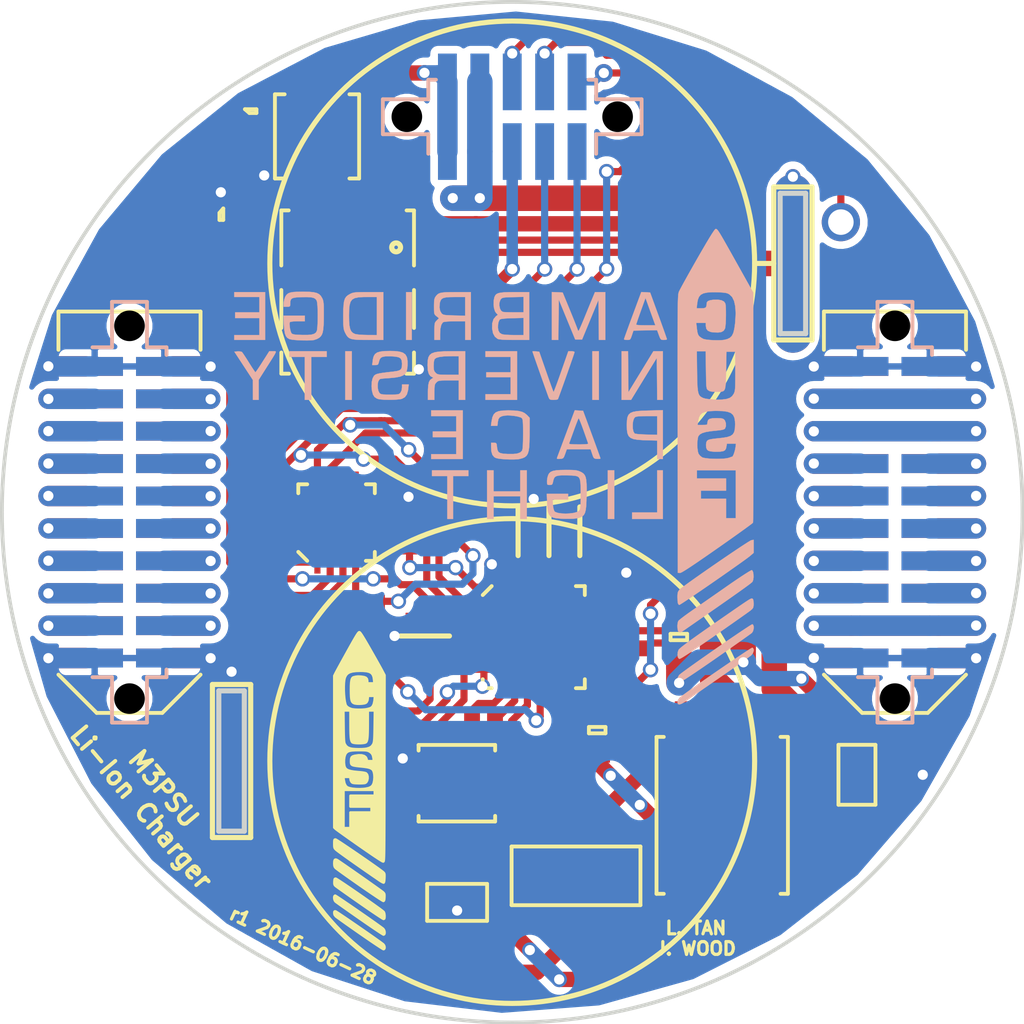
<source format=kicad_pcb>
(kicad_pcb (version 4) (host pcbnew 4.0.0-rc2-stable)
  (title_block (title "M3PSU - Li-Ion Charger") (date 2016-06-28) (rev 1) (company "CU Spaceflight") (comment 1 "Drawn by: Levin Tan, Jamie Wood"))
  (layers (0 F.Cu signal) (31 B.Cu signal) (34 B.Paste user) (35 F.Paste user) (36 B.SilkS user) (37 F.SilkS user) (38 B.Mask user) (39 F.Mask user) (44 Edge.Cuts user))
  (net 0 "")
  (net 1 "Net-(C1-Pad1)")
  (net 2 GND)
  (net 3 "Net-(C2-Pad1)")
  (net 4 "Net-(C3-Pad1)")
  (net 5 "Net-(C4-Pad2)")
  (net 6 "Net-(C5-Pad1)")
  (net 7 "Net-(C5-Pad2)")
  (net 8 "Net-(C6-Pad1)")
  (net 9 "Net-(C6-Pad2)")
  (net 10 /BATT2)
  (net 11 "Net-(C8-Pad1)")
  (net 12 VBATT)
  (net 13 /SCL)
  (net 14 /SDA)
  (net 15 "Net-(IC1-Pad5)")
  (net 16 /CHARGER_OL)
  (net 17 "Net-(IC1-Pad9)")
  (net 18 /VEXT_OK)
  (net 19 "Net-(IC1-Pad12)")
  (net 20 "Net-(IC1-Pad15)")
  (net 21 "Net-(IC1-Pad19)")
  (net 22 "Net-(IC1-Pad20)")
  (net 23 /EN_CHARGER)
  (net 24 /3v3_IMU)
  (net 25 /JTMS)
  (net 26 /3v3_RADIO)
  (net 27 /JTCK)
  (net 28 /3v3_FC)
  (net 29 /3v3_PYRO)
  (net 30 /JTDR)
  (net 31 /3v3_DL)
  (net 32 /RSVD1)
  (net 33 /3v3_AUX1)
  (net 34 /5v_CAN)
  (net 35 /3v3_AUX2)
  (net 36 /CAN-)
  (net 37 /RSVD2)
  (net 38 /CAN+)
  (net 39 /JTDI)
  (net 40 VCC)
  (net 41 3v3)
  (net 42 /~ALERT)
  (net 43 /PYRO_SO)
  (net 44 /PYRO_SI)
  (net 45 /5v_RADIO)
  (net 46 /PYRO1)
  (net 47 /5v_IMU)
  (net 48 /PYRO2)
  (net 49 /5v_AUX1)
  (net 50 /PYRO3)
  (net 51 /5v_AUX2)
  (net 52 /PYRO4)
  (net 53 /5v_CAM)
  (net 54 /PWR)
  (net 55 /CHARGE)
  (net 56 /EN_VEXT)
  (net 57 "Net-(Q1-PadD)")
  (net 58 "Net-(Q2-PadD)")
  (net 59 "Net-(Q3-PadD)")
  (net 60 "Net-(IC2-Pad1)")
  (net 61 "Net-(Q4-PadD1)")
  (module agg:0402 (layer F.Cu) (at 97.11 93.37 270)
    (fp_text reference R13)
    (fp_text value 5k1)
    (pad 1 smd rect (at -0.45 0 270) (size 0.62 0.62) (layers F.Cu F.Paste F.Mask) (net 21 "Net-(IC1-Pad19)"))
    (pad 2 smd rect (at 0.45 0 270) (size 0.62 0.62) (layers F.Cu F.Paste F.Mask) (net 2 GND))
  )
  (module agg:0402 (layer F.Cu) (at 96.58 105.45 180)
    (fp_text reference C1)
    (fp_text value 1µ)
    (pad 1 smd rect (at -0.45 0 180) (size 0.62 0.62) (layers F.Cu F.Paste F.Mask) (net 1 "Net-(C1-Pad1)"))
    (pad 2 smd rect (at 0.45 0 180) (size 0.62 0.62) (layers F.Cu F.Paste F.Mask) (net 2 GND))
  )
  (module agg:0402 (layer F.Cu) (at 99.625 100.745 90)
    (fp_text reference C2)
    (fp_text value 1µ)
    (pad 1 smd rect (at -0.45 0 90) (size 0.62 0.62) (layers F.Cu F.Paste F.Mask) (net 3 "Net-(C2-Pad1)"))
    (pad 2 smd rect (at 0.45 0 90) (size 0.62 0.62) (layers F.Cu F.Paste F.Mask) (net 2 GND))
  )
  (module agg:0402 (layer F.Cu) (at 100.835 100.745 90)
    (fp_text reference C3)
    (fp_text value 1µ)
    (pad 1 smd rect (at -0.45 0 90) (size 0.62 0.62) (layers F.Cu F.Paste F.Mask) (net 4 "Net-(C3-Pad1)"))
    (pad 2 smd rect (at 0.45 0 90) (size 0.62 0.62) (layers F.Cu F.Paste F.Mask) (net 2 GND))
  )
  (module agg:0402 (layer F.Cu) (at 104.11 103.46 270)
    (fp_text reference C4)
    (fp_text value 10n)
    (pad 1 smd rect (at -0.45 0 270) (size 0.62 0.62) (layers F.Cu F.Paste F.Mask) (net 2 GND))
    (pad 2 smd rect (at 0.45 0 270) (size 0.62 0.62) (layers F.Cu F.Paste F.Mask) (net 5 "Net-(C4-Pad2)"))
  )
  (module agg:0402 (layer F.Cu) (at 107.13 107.72)
    (fp_text reference C5)
    (fp_text value 10n)
    (pad 1 smd rect (at -0.45 0) (size 0.62 0.62) (layers F.Cu F.Paste F.Mask) (net 6 "Net-(C5-Pad1)"))
    (pad 2 smd rect (at 0.45 0) (size 0.62 0.62) (layers F.Cu F.Paste F.Mask) (net 7 "Net-(C5-Pad2)"))
  )
  (module agg:0402 (layer F.Cu) (at 98.875 108.155)
    (fp_text reference C6)
    (fp_text value 100n)
    (pad 1 smd rect (at -0.45 0) (size 0.62 0.62) (layers F.Cu F.Paste F.Mask) (net 8 "Net-(C6-Pad1)"))
    (pad 2 smd rect (at 0.45 0) (size 0.62 0.62) (layers F.Cu F.Paste F.Mask) (net 9 "Net-(C6-Pad2)"))
  )
  (module agg:1210 (layer F.Cu) (at 113.51 110.29)
    (fp_text reference C7)
    (fp_text value 47µ)
    (pad 1 smd rect (at -1.5 0) (size 1.15 2.7) (layers F.Cu F.Paste F.Mask) (net 10 /BATT2))
    (pad 2 smd rect (at 1.5 0) (size 1.15 2.7) (layers F.Cu F.Paste F.Mask) (net 2 GND))
  )
  (module agg:0402 (layer F.Cu) (at 96.58 104.25 180)
    (fp_text reference C8)
    (fp_text value 1µ)
    (pad 1 smd rect (at -0.45 0 180) (size 0.62 0.62) (layers F.Cu F.Paste F.Mask) (net 11 "Net-(C8-Pad1)"))
    (pad 2 smd rect (at 0.45 0 180) (size 0.62 0.62) (layers F.Cu F.Paste F.Mask) (net 2 GND))
  )
  (module agg:1210 (layer F.Cu) (at 97.84 115.29 270)
    (fp_text reference C9)
    (fp_text value 47µ)
    (pad 1 smd rect (at -1.5 0 270) (size 1.15 2.7) (layers F.Cu F.Paste F.Mask) (net 12 VBATT))
    (pad 2 smd rect (at 1.5 0 270) (size 1.15 2.7) (layers F.Cu F.Paste F.Mask) (net 2 GND))
  )
  (module agg:QFN-24-EP-MAX (layer F.Cu) (at 100.845 104.895)
    (fp_text reference IC1)
    (fp_text value MAX17435)
    (pad 1 smd rect (at -1.955 -1.25) (size 0.8 0.3) (layers F.Cu F.Paste F.Mask) (net 13 /SCL))
    (pad 2 smd rect (at -1.955 -0.75) (size 0.8 0.3) (layers F.Cu F.Paste F.Mask) (net 14 /SDA))
    (pad 3 smd rect (at -1.955 -0.25) (size 0.8 0.3) (layers F.Cu F.Paste F.Mask) (net 11 "Net-(C8-Pad1)"))
    (pad 4 smd rect (at -1.955 0.25) (size 0.8 0.3) (layers F.Cu F.Paste F.Mask) (net 1 "Net-(C1-Pad1)"))
    (pad 5 smd rect (at -1.955 0.75) (size 0.8 0.3) (layers F.Cu F.Paste F.Mask) (net 15 "Net-(IC1-Pad5)"))
    (pad 6 smd rect (at -1.955 1.25) (size 0.8 0.3) (layers F.Cu F.Paste F.Mask) (net 16 /CHARGER_OL))
    (pad 7 smd rect (at -1.25 1.955) (size 0.3 0.8) (layers F.Cu F.Paste F.Mask) (net 8 "Net-(C6-Pad1)"))
    (pad 8 smd rect (at -0.75 1.955) (size 0.3 0.8) (layers F.Cu F.Paste F.Mask) (net 9 "Net-(C6-Pad2)"))
    (pad 9 smd rect (at -0.25 1.955) (size 0.3 0.8) (layers F.Cu F.Paste F.Mask) (net 17 "Net-(IC1-Pad9)"))
    (pad 10 smd rect (at 0.25 1.955) (size 0.3 0.8) (layers F.Cu F.Paste F.Mask) (net 18 /VEXT_OK))
    (pad 11 smd rect (at 0.75 1.955) (size 0.3 0.8) (layers F.Cu F.Paste F.Mask) (net 10 /BATT2))
    (pad 12 smd rect (at 1.25 1.955) (size 0.3 0.8) (layers F.Cu F.Paste F.Mask) (net 19 "Net-(IC1-Pad12)"))
    (pad 13 smd rect (at 1.955 1.25) (size 0.8 0.3) (layers F.Cu F.Paste F.Mask) (net 10 /BATT2))
    (pad 14 smd rect (at 1.955 0.75) (size 0.8 0.3) (layers F.Cu F.Paste F.Mask) (net 6 "Net-(C5-Pad1)"))
    (pad 15 smd rect (at 1.955 0.25) (size 0.8 0.3) (layers F.Cu F.Paste F.Mask) (net 20 "Net-(IC1-Pad15)"))
    (pad 16 smd rect (at 1.955 -0.25) (size 0.8 0.3) (layers F.Cu F.Paste F.Mask) (net 7 "Net-(C5-Pad2)"))
    (pad 17 smd rect (at 1.955 -0.75) (size 0.8 0.3) (layers F.Cu F.Paste F.Mask) (net 5 "Net-(C4-Pad2)"))
    (pad 18 smd rect (at 1.955 -1.25) (size 0.8 0.3) (layers F.Cu F.Paste F.Mask))
    (pad 19 smd rect (at 1.25 -1.955) (size 0.3 0.8) (layers F.Cu F.Paste F.Mask) (net 21 "Net-(IC1-Pad19)"))
    (pad 20 smd rect (at 0.75 -1.955) (size 0.3 0.8) (layers F.Cu F.Paste F.Mask) (net 22 "Net-(IC1-Pad20)"))
    (pad 21 smd rect (at 0.25 -1.955) (size 0.3 0.8) (layers F.Cu F.Paste F.Mask) (net 4 "Net-(C3-Pad1)"))
    (pad 22 smd rect (at -0.25 -1.955) (size 0.3 0.8) (layers F.Cu F.Paste F.Mask) (net 3 "Net-(C2-Pad1)"))
    (pad 23 smd rect (at -0.75 -1.955) (size 0.3 0.8) (layers F.Cu F.Paste F.Mask) (net 2 GND))
    (pad 24 smd rect (at -1.25 -1.955) (size 0.3 0.8) (layers F.Cu F.Paste F.Mask) (net 23 /EN_CHARGER))
    (pad EP smd rect (at -0.65 -0.65) (size 0.9 0.9) (layers F.Cu F.Mask) (net 2 GND))
    (pad EP smd rect (at -0.65 0.65) (size 0.9 0.9) (layers F.Cu F.Mask) (net 2 GND))
    (pad EP smd rect (at 0.65 -0.65) (size 0.9 0.9) (layers F.Cu F.Mask) (net 2 GND))
    (pad EP smd rect (at 0.65 0.65) (size 0.9 0.9) (layers F.Cu F.Mask) (net 2 GND))
    (pad EP smd rect (at -0.65 -0.65) (size 0.9 0.9) (layers F.Cu F.Paste) (net 2 GND))
    (pad EP smd rect (at -0.65 0.65) (size 0.9 0.9) (layers F.Cu F.Paste) (net 2 GND))
    (pad EP smd rect (at 0.65 -0.65) (size 0.9 0.9) (layers F.Cu F.Paste) (net 2 GND))
    (pad EP smd rect (at 0.65 0.65) (size 0.9 0.9) (layers F.Cu F.Paste) (net 2 GND))
    (pad EP smd rect (at 0 0) (size 2.6 2.6) (layers F.Cu) (net 2 GND))
  )
  (module agg:TFML-110-02-L-D (layer F.Cu) (at 85 100 270)
    (fp_text reference J1)
    (fp_text value "WEST TOP")
    (pad 1 smd rect (at -5.715 1.715 270) (size 0.74 2.92) (layers F.Cu F.Paste F.Mask) (net 2 GND))
    (pad 2 smd rect (at -5.715 -1.715 270) (size 0.74 2.92) (layers F.Cu F.Paste F.Mask) (net 2 GND))
    (pad 3 smd rect (at -4.445 1.715 270) (size 0.74 2.92) (layers F.Cu F.Paste F.Mask) (net 24 /3v3_IMU))
    (pad 4 smd rect (at -4.445 -1.715 270) (size 0.74 2.92) (layers F.Cu F.Paste F.Mask) (net 25 /JTMS))
    (pad 5 smd rect (at -3.175 1.715 270) (size 0.74 2.92) (layers F.Cu F.Paste F.Mask) (net 26 /3v3_RADIO))
    (pad 6 smd rect (at -3.175 -1.715 270) (size 0.74 2.92) (layers F.Cu F.Paste F.Mask) (net 27 /JTCK))
    (pad 7 smd rect (at -1.905 1.715 270) (size 0.74 2.92) (layers F.Cu F.Paste F.Mask) (net 28 /3v3_FC))
    (pad 8 smd rect (at -1.905 -1.715 270) (size 0.74 2.92) (layers F.Cu F.Paste F.Mask) (net 39 /JTDI))
    (pad 9 smd rect (at -0.635 1.715 270) (size 0.74 2.92) (layers F.Cu F.Paste F.Mask) (net 29 /3v3_PYRO))
    (pad 10 smd rect (at -0.635 -1.715 270) (size 0.74 2.92) (layers F.Cu F.Paste F.Mask) (net 30 /JTDR))
    (pad 11 smd rect (at 0.635 1.715 270) (size 0.74 2.92) (layers F.Cu F.Paste F.Mask) (net 31 /3v3_DL))
    (pad 12 smd rect (at 0.635 -1.715 270) (size 0.74 2.92) (layers F.Cu F.Paste F.Mask) (net 32 /RSVD1))
    (pad 13 smd rect (at 1.905 1.715 270) (size 0.74 2.92) (layers F.Cu F.Paste F.Mask) (net 33 /3v3_AUX1))
    (pad 14 smd rect (at 1.905 -1.715 270) (size 0.74 2.92) (layers F.Cu F.Paste F.Mask) (net 34 /5v_CAN))
    (pad 15 smd rect (at 3.175 1.715 270) (size 0.74 2.92) (layers F.Cu F.Paste F.Mask) (net 35 /3v3_AUX2))
    (pad 16 smd rect (at 3.175 -1.715 270) (size 0.74 2.92) (layers F.Cu F.Paste F.Mask) (net 36 /CAN-))
    (pad 17 smd rect (at 4.445 1.715 270) (size 0.74 2.92) (layers F.Cu F.Paste F.Mask) (net 37 /RSVD2))
    (pad 18 smd rect (at 4.445 -1.715 270) (size 0.74 2.92) (layers F.Cu F.Paste F.Mask) (net 38 /CAN+))
    (pad 19 smd rect (at 5.715 1.715 270) (size 0.74 2.92) (layers F.Cu F.Paste F.Mask) (net 2 GND))
    (pad 20 smd rect (at 5.715 -1.715 270) (size 0.74 2.92) (layers F.Cu F.Paste F.Mask) (net 2 GND))
  )
  (module agg:SFML-110-02-L-D-LC (layer B.Cu) (at 85 100 270)
    (fp_text reference J2)
    (fp_text value "WEST BOT")
    (pad 1 smd rect (at -5.715 1.365 270) (size 0.74 2.22) (layers B.Cu B.Paste B.Mask) (net 2 GND))
    (pad 2 smd rect (at -5.715 -1.365 270) (size 0.74 2.22) (layers B.Cu B.Paste B.Mask) (net 2 GND))
    (pad 3 smd rect (at -4.445 1.365 270) (size 0.74 2.22) (layers B.Cu B.Paste B.Mask) (net 24 /3v3_IMU))
    (pad 4 smd rect (at -4.445 -1.365 270) (size 0.74 2.22) (layers B.Cu B.Paste B.Mask) (net 25 /JTMS))
    (pad 5 smd rect (at -3.175 1.365 270) (size 0.74 2.22) (layers B.Cu B.Paste B.Mask) (net 26 /3v3_RADIO))
    (pad 6 smd rect (at -3.175 -1.365 270) (size 0.74 2.22) (layers B.Cu B.Paste B.Mask) (net 27 /JTCK))
    (pad 7 smd rect (at -1.905 1.365 270) (size 0.74 2.22) (layers B.Cu B.Paste B.Mask) (net 28 /3v3_FC))
    (pad 8 smd rect (at -1.905 -1.365 270) (size 0.74 2.22) (layers B.Cu B.Paste B.Mask) (net 39 /JTDI))
    (pad 9 smd rect (at -0.635 1.365 270) (size 0.74 2.22) (layers B.Cu B.Paste B.Mask) (net 29 /3v3_PYRO))
    (pad 10 smd rect (at -0.635 -1.365 270) (size 0.74 2.22) (layers B.Cu B.Paste B.Mask) (net 30 /JTDR))
    (pad 11 smd rect (at 0.635 1.365 270) (size 0.74 2.22) (layers B.Cu B.Paste B.Mask) (net 31 /3v3_DL))
    (pad 12 smd rect (at 0.635 -1.365 270) (size 0.74 2.22) (layers B.Cu B.Paste B.Mask) (net 32 /RSVD1))
    (pad 13 smd rect (at 1.905 1.365 270) (size 0.74 2.22) (layers B.Cu B.Paste B.Mask) (net 33 /3v3_AUX1))
    (pad 14 smd rect (at 1.905 -1.365 270) (size 0.74 2.22) (layers B.Cu B.Paste B.Mask) (net 34 /5v_CAN))
    (pad 15 smd rect (at 3.175 1.365 270) (size 0.74 2.22) (layers B.Cu B.Paste B.Mask) (net 35 /3v3_AUX2))
    (pad 16 smd rect (at 3.175 -1.365 270) (size 0.74 2.22) (layers B.Cu B.Paste B.Mask) (net 36 /CAN-))
    (pad 17 smd rect (at 4.445 1.365 270) (size 0.74 2.22) (layers B.Cu B.Paste B.Mask) (net 37 /RSVD2))
    (pad 18 smd rect (at 4.445 -1.365 270) (size 0.74 2.22) (layers B.Cu B.Paste B.Mask) (net 38 /CAN+))
    (pad 19 smd rect (at 5.715 1.365 270) (size 0.74 2.22) (layers B.Cu B.Paste B.Mask) (net 2 GND))
    (pad 20 smd rect (at 5.715 -1.365 270) (size 0.74 2.22) (layers B.Cu B.Paste B.Mask) (net 2 GND))
    (pad "" np_thru_hole circle (at 7.305 0 270) (size 1.2 1.2) (drill 1.2) (layers *.Mask))
    (pad "" np_thru_hole circle (at -7.305 0 270) (size 1.2 1.2) (drill 1.2) (layers *.Mask))
  )
  (module agg:TFML-110-02-L-D (layer F.Cu) (at 115 100 270)
    (fp_text reference J4)
    (fp_text value "EAST TOP")
    (pad 1 smd rect (at -5.715 1.715 270) (size 0.74 2.92) (layers F.Cu F.Paste F.Mask) (net 2 GND))
    (pad 2 smd rect (at -5.715 -1.715 270) (size 0.74 2.92) (layers F.Cu F.Paste F.Mask) (net 2 GND))
    (pad 3 smd rect (at -4.445 1.715 270) (size 0.74 2.92) (layers F.Cu F.Paste F.Mask) (net 43 /PYRO_SO))
    (pad 4 smd rect (at -4.445 -1.715 270) (size 0.74 2.92) (layers F.Cu F.Paste F.Mask) (net 43 /PYRO_SO))
    (pad 5 smd rect (at -3.175 1.715 270) (size 0.74 2.92) (layers F.Cu F.Paste F.Mask) (net 44 /PYRO_SI))
    (pad 6 smd rect (at -3.175 -1.715 270) (size 0.74 2.92) (layers F.Cu F.Paste F.Mask) (net 44 /PYRO_SI))
    (pad 7 smd rect (at -1.905 1.715 270) (size 0.74 2.92) (layers F.Cu F.Paste F.Mask) (net 45 /5v_RADIO))
    (pad 8 smd rect (at -1.905 -1.715 270) (size 0.74 2.92) (layers F.Cu F.Paste F.Mask) (net 46 /PYRO1))
    (pad 9 smd rect (at -0.635 1.715 270) (size 0.74 2.92) (layers F.Cu F.Paste F.Mask) (net 47 /5v_IMU))
    (pad 10 smd rect (at -0.635 -1.715 270) (size 0.74 2.92) (layers F.Cu F.Paste F.Mask) (net 48 /PYRO2))
    (pad 11 smd rect (at 0.635 1.715 270) (size 0.74 2.92) (layers F.Cu F.Paste F.Mask) (net 49 /5v_AUX1))
    (pad 12 smd rect (at 0.635 -1.715 270) (size 0.74 2.92) (layers F.Cu F.Paste F.Mask) (net 50 /PYRO3))
    (pad 13 smd rect (at 1.905 1.715 270) (size 0.74 2.92) (layers F.Cu F.Paste F.Mask) (net 51 /5v_AUX2))
    (pad 14 smd rect (at 1.905 -1.715 270) (size 0.74 2.92) (layers F.Cu F.Paste F.Mask) (net 52 /PYRO4))
    (pad 15 smd rect (at 3.175 1.715 270) (size 0.74 2.92) (layers F.Cu F.Paste F.Mask) (net 53 /5v_CAM))
    (pad 16 smd rect (at 3.175 -1.715 270) (size 0.74 2.92) (layers F.Cu F.Paste F.Mask) (net 54 /PWR))
    (pad 17 smd rect (at 4.445 1.715 270) (size 0.74 2.92) (layers F.Cu F.Paste F.Mask) (net 55 /CHARGE))
    (pad 18 smd rect (at 4.445 -1.715 270) (size 0.74 2.92) (layers F.Cu F.Paste F.Mask) (net 55 /CHARGE))
    (pad 19 smd rect (at 5.715 1.715 270) (size 0.74 2.92) (layers F.Cu F.Paste F.Mask) (net 2 GND))
    (pad 20 smd rect (at 5.715 -1.715 270) (size 0.74 2.92) (layers F.Cu F.Paste F.Mask) (net 2 GND))
  )
  (module agg:SFML-110-02-L-D-LC (layer B.Cu) (at 115 100 270)
    (fp_text reference J5)
    (fp_text value "EAST BOT")
    (pad 1 smd rect (at -5.715 1.365 270) (size 0.74 2.22) (layers B.Cu B.Paste B.Mask) (net 2 GND))
    (pad 2 smd rect (at -5.715 -1.365 270) (size 0.74 2.22) (layers B.Cu B.Paste B.Mask) (net 2 GND))
    (pad 3 smd rect (at -4.445 1.365 270) (size 0.74 2.22) (layers B.Cu B.Paste B.Mask) (net 43 /PYRO_SO))
    (pad 4 smd rect (at -4.445 -1.365 270) (size 0.74 2.22) (layers B.Cu B.Paste B.Mask) (net 43 /PYRO_SO))
    (pad 5 smd rect (at -3.175 1.365 270) (size 0.74 2.22) (layers B.Cu B.Paste B.Mask) (net 44 /PYRO_SI))
    (pad 6 smd rect (at -3.175 -1.365 270) (size 0.74 2.22) (layers B.Cu B.Paste B.Mask) (net 44 /PYRO_SI))
    (pad 7 smd rect (at -1.905 1.365 270) (size 0.74 2.22) (layers B.Cu B.Paste B.Mask) (net 45 /5v_RADIO))
    (pad 8 smd rect (at -1.905 -1.365 270) (size 0.74 2.22) (layers B.Cu B.Paste B.Mask) (net 46 /PYRO1))
    (pad 9 smd rect (at -0.635 1.365 270) (size 0.74 2.22) (layers B.Cu B.Paste B.Mask) (net 47 /5v_IMU))
    (pad 10 smd rect (at -0.635 -1.365 270) (size 0.74 2.22) (layers B.Cu B.Paste B.Mask) (net 48 /PYRO2))
    (pad 11 smd rect (at 0.635 1.365 270) (size 0.74 2.22) (layers B.Cu B.Paste B.Mask) (net 49 /5v_AUX1))
    (pad 12 smd rect (at 0.635 -1.365 270) (size 0.74 2.22) (layers B.Cu B.Paste B.Mask) (net 50 /PYRO3))
    (pad 13 smd rect (at 1.905 1.365 270) (size 0.74 2.22) (layers B.Cu B.Paste B.Mask) (net 51 /5v_AUX2))
    (pad 14 smd rect (at 1.905 -1.365 270) (size 0.74 2.22) (layers B.Cu B.Paste B.Mask) (net 52 /PYRO4))
    (pad 15 smd rect (at 3.175 1.365 270) (size 0.74 2.22) (layers B.Cu B.Paste B.Mask) (net 53 /5v_CAM))
    (pad 16 smd rect (at 3.175 -1.365 270) (size 0.74 2.22) (layers B.Cu B.Paste B.Mask) (net 54 /PWR))
    (pad 17 smd rect (at 4.445 1.365 270) (size 0.74 2.22) (layers B.Cu B.Paste B.Mask) (net 55 /CHARGE))
    (pad 18 smd rect (at 4.445 -1.365 270) (size 0.74 2.22) (layers B.Cu B.Paste B.Mask) (net 55 /CHARGE))
    (pad 19 smd rect (at 5.715 1.365 270) (size 0.74 2.22) (layers B.Cu B.Paste B.Mask) (net 2 GND))
    (pad 20 smd rect (at 5.715 -1.365 270) (size 0.74 2.22) (layers B.Cu B.Paste B.Mask) (net 2 GND))
    (pad "" np_thru_hole circle (at 7.305 0 270) (size 1.2 1.2) (drill 1.2) (layers *.Mask))
    (pad "" np_thru_hole circle (at -7.305 0 270) (size 1.2 1.2) (drill 1.2) (layers *.Mask))
  )
  (module agg:SRP5030T (layer F.Cu) (at 102.5 114.25 90)
    (fp_text reference L1)
    (fp_text value 4µ7)
    (pad 1 smd rect (at -2.25 0 90) (size 1.8 2) (layers F.Cu F.Paste F.Mask) (net 9 "Net-(C6-Pad2)"))
    (pad 2 smd rect (at 2.25 0 90) (size 1.8 2) (layers F.Cu F.Paste F.Mask) (net 19 "Net-(IC1-Pad12)"))
  )
  (module agg:SOT-883-B (layer F.Cu) (at 89.75 84.28)
    (fp_text reference Q1)
    (fp_text value NFET)
    (pad S smd rect (at 0.225 0.35) (size 0.25 0.4) (layers F.Cu F.Paste F.Mask) (net 2 GND))
    (pad G smd rect (at -0.225 0.35) (size 0.25 0.4) (layers F.Cu F.Paste F.Mask) (net 56 /EN_VEXT))
    (pad D smd rect (at 0 -0.35) (size 0.7 0.4) (layers F.Cu F.Paste F.Mask) (net 57 "Net-(Q1-PadD)"))
  )
  (module PowerPAK-1212-8 (layer F.Cu) (at 92.35 85.27 270)
    (fp_text reference Q2)
    (fp_text value PFET)
    (pad D smd rect (at 1.55 0.99 270) (size 0.76 0.405) (layers F.Cu F.Paste F.Mask) (net 58 "Net-(Q2-PadD)"))
    (pad D smd rect (at 1.55 0.33 270) (size 0.76 0.405) (layers F.Cu F.Paste F.Mask) (net 58 "Net-(Q2-PadD)"))
    (pad D smd rect (at 1.55 -0.33 270) (size 0.76 0.405) (layers F.Cu F.Paste F.Mask) (net 58 "Net-(Q2-PadD)"))
    (pad D smd rect (at 0.56 0 270) (size 1.725 2.235) (layers F.Cu F.Paste F.Mask) (net 58 "Net-(Q2-PadD)"))
    (pad D smd rect (at 1.55 -0.99 270) (size 0.76 0.405) (layers F.Cu F.Paste F.Mask) (net 58 "Net-(Q2-PadD)"))
    (pad G smd rect (at -1.435 0.99 270) (size 0.99 0.405) (layers F.Cu F.Paste F.Mask) (net 57 "Net-(Q1-PadD)"))
    (pad S smd rect (at -1.435 0.33 270) (size 0.99 0.405) (layers F.Cu F.Paste F.Mask) (net 40 VCC))
    (pad S smd rect (at -1.435 -0.33 270) (size 0.99 0.405) (layers F.Cu F.Paste F.Mask) (net 40 VCC))
    (pad S smd rect (at -1.435 -0.99 270) (size 0.99 0.405) (layers F.Cu F.Paste F.Mask) (net 40 VCC))
  )
  (module agg:SOT-883-B (layer F.Cu) (at 88.6 88.32 270)
    (fp_text reference Q3)
    (fp_text value NFET)
    (pad S smd rect (at 0.225 0.35 270) (size 0.25 0.4) (layers F.Cu F.Paste F.Mask) (net 58 "Net-(Q2-PadD)"))
    (pad G smd rect (at -0.225 0.35 270) (size 0.25 0.4) (layers F.Cu F.Paste F.Mask) (net 2 GND))
    (pad D smd rect (at 0 -0.35 270) (size 0.7 0.4) (layers F.Cu F.Paste F.Mask) (net 59 "Net-(Q3-PadD)"))
  )
  (module agg:PowerPAK-SO-8 (layer F.Cu) (at 108.225 111.875 270)
    (fp_text reference Q5)
    (fp_text value PFET)
    (pad S smd rect (at -2.67 -1.905 270) (size 1.27 0.61) (layers F.Cu F.Paste F.Mask) (net 7 "Net-(C5-Pad2)"))
    (pad S smd rect (at -2.67 -0.635 270) (size 1.27 0.61) (layers F.Cu F.Paste F.Mask) (net 7 "Net-(C5-Pad2)"))
    (pad S smd rect (at -2.67 0.635 270) (size 1.27 0.61) (layers F.Cu F.Paste F.Mask) (net 7 "Net-(C5-Pad2)"))
    (pad G smd rect (at -2.67 1.905 270) (size 1.27 0.61) (layers F.Cu F.Paste F.Mask) (net 6 "Net-(C5-Pad1)"))
    (pad D smd rect (at 2.67 1.905 270) (size 1.27 0.61) (layers F.Cu F.Paste F.Mask) (net 10 /BATT2))
    (pad D smd rect (at 2.67 0.635 270) (size 1.27 0.61) (layers F.Cu F.Paste F.Mask) (net 10 /BATT2))
    (pad D smd rect (at 2.67 -0.635 270) (size 1.27 0.61) (layers F.Cu F.Paste F.Mask) (net 10 /BATT2))
    (pad D smd rect (at 2.67 -1.905 270) (size 1.27 0.61) (layers F.Cu F.Paste F.Mask) (net 10 /BATT2))
    (pad D smd rect (at 0.69 0 270) (size 3.81 3.91) (layers F.Cu F.Paste F.Mask) (net 10 /BATT2))
  )
  (module agg:0402 (layer F.Cu) (at 97.88 100.23 90)
    (fp_text reference R1)
    (fp_text value 10)
    (pad 1 smd rect (at -0.45 0 90) (size 0.62 0.62) (layers F.Cu F.Paste F.Mask) (net 1 "Net-(C1-Pad1)"))
    (pad 2 smd rect (at 0.45 0 90) (size 0.62 0.62) (layers F.Cu F.Paste F.Mask) (net 3 "Net-(C2-Pad1)"))
  )
  (module agg:0402 (layer F.Cu) (at 92.52 104.44 90)
    (fp_text reference R2)
    (fp_text value 10k)
    (pad 1 smd rect (at -0.45 0 90) (size 0.62 0.62) (layers F.Cu F.Paste F.Mask) (net 1 "Net-(C1-Pad1)"))
    (pad 2 smd rect (at 0.45 0 90) (size 0.62 0.62) (layers F.Cu F.Paste F.Mask) (net 16 /CHARGER_OL))
  )
  (module agg:0402 (layer F.Cu) (at 95.975 100.895 90)
    (fp_text reference R3)
    (fp_text value 33k)
    (pad 1 smd rect (at -0.45 0 90) (size 0.62 0.62) (layers F.Cu F.Paste F.Mask) (net 23 /EN_CHARGER))
    (pad 2 smd rect (at 0.45 0 90) (size 0.62 0.62) (layers F.Cu F.Paste F.Mask) (net 2 GND))
  )
  (module agg:0402 (layer F.Cu) (at 102.045 100.745 270)
    (fp_text reference R4)
    (fp_text value 6k2)
    (pad 1 smd rect (at -0.45 0 270) (size 0.62 0.62) (layers F.Cu F.Paste F.Mask) (net 2 GND))
    (pad 2 smd rect (at 0.45 0 270) (size 0.62 0.62) (layers F.Cu F.Paste F.Mask) (net 22 "Net-(IC1-Pad20)"))
  )
  (module agg:0402 (layer F.Cu) (at 94.25 103.55 180)
    (fp_text reference R5)
    (fp_text value 10k)
    (pad 1 smd rect (at -0.45 0 180) (size 0.62 0.62) (layers F.Cu F.Paste F.Mask) (net 1 "Net-(C1-Pad1)"))
    (pad 2 smd rect (at 0.45 0 180) (size 0.62 0.62) (layers F.Cu F.Paste F.Mask) (net 18 /VEXT_OK))
  )
  (module agg:0402 (layer F.Cu) (at 89.27 85.82)
    (fp_text reference R6)
    (fp_text value 33k)
    (pad 1 smd rect (at -0.45 0) (size 0.62 0.62) (layers F.Cu F.Paste F.Mask) (net 56 /EN_VEXT))
    (pad 2 smd rect (at 0.45 0) (size 0.62 0.62) (layers F.Cu F.Paste F.Mask) (net 2 GND))
  )
  (module agg:0402 (layer F.Cu) (at 103.255 100.745 90)
    (fp_text reference R7)
    (fp_text value 56k)
    (pad 1 smd rect (at -0.45 0 90) (size 0.62 0.62) (layers F.Cu F.Paste F.Mask) (net 22 "Net-(IC1-Pad20)"))
    (pad 2 smd rect (at 0.45 0 90) (size 0.62 0.62) (layers F.Cu F.Paste F.Mask) (net 3 "Net-(C2-Pad1)"))
  )
  (module agg:0402 (layer F.Cu) (at 90.255 100.815 270)
    (fp_text reference R8)
    (fp_text value 10k)
    (pad 1 smd rect (at -0.45 0 270) (size 0.62 0.62) (layers F.Cu F.Paste F.Mask) (net 41 3v3))
    (pad 2 smd rect (at 0.45 0 270) (size 0.62 0.62) (layers F.Cu F.Paste F.Mask) (net 60 "Net-(IC2-Pad1)"))
  )
  (module agg:0402 (layer F.Cu) (at 93.39 82.28 180)
    (fp_text reference R9)
    (fp_text value 33k)
    (pad 1 smd rect (at -0.45 0 180) (size 0.62 0.62) (layers F.Cu F.Paste F.Mask) (net 40 VCC))
    (pad 2 smd rect (at 0.45 0 180) (size 0.62 0.62) (layers F.Cu F.Paste F.Mask) (net 57 "Net-(Q1-PadD)"))
  )
  (module agg:0402 (layer F.Cu) (at 88.3 89.5)
    (fp_text reference R10)
    (fp_text value 2M)
    (pad 1 smd rect (at -0.45 0) (size 0.62 0.62) (layers F.Cu F.Paste F.Mask) (net 58 "Net-(Q2-PadD)"))
    (pad 2 smd rect (at 0.45 0) (size 0.62 0.62) (layers F.Cu F.Paste F.Mask) (net 59 "Net-(Q3-PadD)"))
  )
  (module agg:0402 (layer F.Cu) (at 89.98 88.87 270)
    (fp_text reference R11)
    (fp_text value 150k)
    (pad 1 smd rect (at -0.45 0 270) (size 0.62 0.62) (layers F.Cu F.Paste F.Mask) (net 59 "Net-(Q3-PadD)"))
    (pad 2 smd rect (at 0.45 0 270) (size 0.62 0.62) (layers F.Cu F.Paste F.Mask) (net 6 "Net-(C5-Pad1)"))
  )
  (module agg:0402 (layer F.Cu) (at 97.11 91.26 270)
    (fp_text reference R12)
    (fp_text value 33k)
    (pad 1 smd rect (at -0.45 0 270) (size 0.62 0.62) (layers F.Cu F.Paste F.Mask) (net 61 "Net-(Q4-PadD1)"))
    (pad 2 smd rect (at 0.45 0 270) (size 0.62 0.62) (layers F.Cu F.Paste F.Mask) (net 21 "Net-(IC1-Pad19)"))
  )
  (module agg:0603 (layer F.Cu) (at 103.33 108.54 270)
    (fp_text reference R14)
    (fp_text value 10m)
    (pad 1 smd rect (at -0.8 0 270) (size 0.95 1) (layers F.Cu F.Paste F.Mask) (net 19 "Net-(IC1-Pad12)"))
    (pad 2 smd rect (at 0.8 0 270) (size 0.95 1) (layers F.Cu F.Paste F.Mask) (net 10 /BATT2))
  )
  (module agg:0402 (layer F.Cu) (at 104.745 105.335)
    (fp_text reference R15)
    (fp_text value 1k)
    (pad 1 smd rect (at -0.45 0) (size 0.62 0.62) (layers F.Cu F.Paste F.Mask) (net 20 "Net-(IC1-Pad15)"))
    (pad 2 smd rect (at 0.45 0) (size 0.62 0.62) (layers F.Cu F.Paste F.Mask) (net 12 VBATT))
  )
  (module agg:0402 (layer F.Cu) (at 89.98 93.71 90)
    (fp_text reference R16)
    (fp_text value 10)
    (pad 1 smd rect (at -0.45 0 90) (size 0.62 0.62) (layers F.Cu F.Paste F.Mask) (net 11 "Net-(C8-Pad1)"))
    (pad 2 smd rect (at 0.45 0 90) (size 0.62 0.62) (layers F.Cu F.Paste F.Mask) (net 61 "Net-(Q4-PadD1)"))
  )
  (module agg:0603 (layer F.Cu) (at 106.53 104.89 270)
    (fp_text reference R17)
    (fp_text value 10m)
    (pad 1 smd rect (at -0.8 0 270) (size 0.95 1) (layers F.Cu F.Paste F.Mask) (net 7 "Net-(C5-Pad2)"))
    (pad 2 smd rect (at 0.8 0 270) (size 0.95 1) (layers F.Cu F.Paste F.Mask) (net 12 VBATT))
  )
  (module agg:PowerFLAT-5x6 (layer F.Cu) (at 93.55 91.37 180)
    (fp_text reference Q4)
    (fp_text value NFET2)
    (pad D2 smd rect (at -2.4625 0.56 180) (size 0.475 0.8) (layers F.Cu F.Paste F.Mask) (net 61 "Net-(Q4-PadD1)"))
    (pad D2 smd rect (at -2.4625 -1.89 180) (size 0.475 0.8) (layers F.Cu F.Paste F.Mask) (net 61 "Net-(Q4-PadD1)"))
    (pad D1 smd rect (at 2.4625 0.56 180) (size 0.475 0.8) (layers F.Cu F.Paste F.Mask) (net 61 "Net-(Q4-PadD1)"))
    (pad D2 smd rect (at -1.9 -3.02 180) (size 0.65 0.55) (layers F.Cu F.Paste F.Mask) (net 61 "Net-(Q4-PadD1)"))
    (pad D2 smd rect (at -0.575 -3.025 180) (size 0.75 0.55) (layers F.Cu F.Paste F.Mask) (net 61 "Net-(Q4-PadD1)"))
    (pad D2 smd rect (at -1.2125 -0.8 180) (size 2.025 3.9) (layers F.Cu F.Paste F.Mask) (net 61 "Net-(Q4-PadD1)"))
    (pad S2 smd rect (at -1.905 2.675 180) (size 0.65 1.25) (layers F.Cu F.Paste F.Mask) (net 7 "Net-(C5-Pad2)"))
    (pad G2 smd rect (at -0.635 2.675 180) (size 0.65 1.25) (layers F.Cu F.Paste F.Mask) (net 6 "Net-(C5-Pad1)"))
    (pad S1 smd rect (at 0.635 2.675 180) (size 0.65 1.25) (layers F.Cu F.Paste F.Mask) (net 58 "Net-(Q2-PadD)"))
    (pad G1 smd rect (at 1.905 2.675 180) (size 0.65 1.25) (layers F.Cu F.Paste F.Mask) (net 59 "Net-(Q3-PadD)"))
    (pad D1 smd rect (at 0.575 -3.025 180) (size 0.75 0.55) (layers F.Cu F.Paste F.Mask) (net 61 "Net-(Q4-PadD1)"))
    (pad D1 smd rect (at 1.2125 -0.8 180) (size 2.025 3.9) (layers F.Cu F.Paste F.Mask) (net 61 "Net-(Q4-PadD1)"))
    (pad D1 smd rect (at 1.9 -3.02 180) (size 0.65 0.55) (layers F.Cu F.Paste F.Mask) (net 61 "Net-(Q4-PadD1)"))
    (pad D1 smd rect (at 2.4625 -1.89 180) (size 0.475 0.8) (layers F.Cu F.Paste F.Mask) (net 61 "Net-(Q4-PadD1)"))
  )
  (module agg:PowerPair-3x3 (layer F.Cu) (at 97.83 110.62 90)
    (fp_text reference Q6)
    (fp_text value SiZ340DT)
    (pad D1 smd rect (at 0.975 1.386 90) (size 0.45 0.45) (layers F.Cu F.Paste F.Mask) (net 12 VBATT))
    (pad D1 smd rect (at 0.325 1.386 90) (size 0.45 0.45) (layers F.Cu F.Paste F.Mask) (net 12 VBATT))
    (pad G1 smd rect (at -0.975 1.386 90) (size 0.45 0.45) (layers F.Cu F.Paste F.Mask) (net 17 "Net-(IC1-Pad9)"))
    (pad D1 smd rect (at -0.325 1.386 90) (size 0.45 0.45) (layers F.Cu F.Paste F.Mask) (net 12 VBATT))
    (pad G2 smd rect (at -0.975 -1.386 90) (size 0.45 0.45) (layers F.Cu F.Paste F.Mask) (net 15 "Net-(IC1-Pad5)"))
    (pad S2 smd rect (at -0.325 -1.386 90) (size 0.45 0.45) (layers F.Cu F.Paste F.Mask) (net 2 GND))
    (pad S2 smd rect (at 0.325 -1.386 90) (size 0.45 0.45) (layers F.Cu F.Paste F.Mask) (net 2 GND))
    (pad S2 smd rect (at 0.975 -1.386 90) (size 0.45 0.45) (layers F.Cu F.Paste F.Mask) (net 2 GND))
    (pad S1D2 smd rect (at 0 -0.434 90) (size 2.45 1.036) (layers F.Cu F.Paste F.Mask) (net 9 "Net-(C6-Pad2)"))
    (pad D1 smd rect (at 0 0.671 90) (size 2.45 0.562) (layers F.Cu F.Paste F.Mask) (net 12 VBATT))
  )
  (module agg:QFN-16-EP-NXP (layer F.Cu) (at 93.115 100.405 90)
    (fp_text reference IC2)
    (fp_text value PCAL9538A)
    (pad 1 smd rect (at -1.55 -0.75 90) (size 0.9 0.24) (layers F.Cu F.Paste F.Mask) (net 60 "Net-(IC2-Pad1)"))
    (pad 2 smd rect (at -1.55 -0.25 90) (size 0.9 0.24) (layers F.Cu F.Paste F.Mask) (net 56 /EN_VEXT))
    (pad 3 smd rect (at -1.55 0.25 90) (size 0.9 0.24) (layers F.Cu F.Paste F.Mask) (net 16 /CHARGER_OL))
    (pad 4 smd rect (at -1.55 0.75 90) (size 0.9 0.24) (layers F.Cu F.Paste F.Mask) (net 18 /VEXT_OK))
    (pad 5 smd rect (at -0.75 1.55 90) (size 0.24 0.9) (layers F.Cu F.Paste F.Mask) (net 23 /EN_CHARGER))
    (pad 6 smd rect (at -0.25 1.55 90) (size 0.24 0.9) (layers F.Cu F.Paste F.Mask) (net 2 GND))
    (pad 7 smd rect (at 0.25 1.55 90) (size 0.24 0.9) (layers F.Cu F.Paste F.Mask))
    (pad 8 smd rect (at 0.75 1.55 90) (size 0.24 0.9) (layers F.Cu F.Paste F.Mask))
    (pad 9 smd rect (at 1.55 0.75 90) (size 0.9 0.24) (layers F.Cu F.Paste F.Mask))
    (pad 10 smd rect (at 1.55 0.25 90) (size 0.9 0.24) (layers F.Cu F.Paste F.Mask))
    (pad 11 smd rect (at 1.55 -0.25 90) (size 0.9 0.24) (layers F.Cu F.Paste F.Mask) (net 42 /~ALERT))
    (pad 12 smd rect (at 1.55 -0.75 90) (size 0.9 0.24) (layers F.Cu F.Paste F.Mask) (net 13 /SCL))
    (pad 13 smd rect (at 0.75 -1.55 90) (size 0.24 0.9) (layers F.Cu F.Paste F.Mask) (net 14 /SDA))
    (pad 14 smd rect (at 0.25 -1.55 90) (size 0.24 0.9) (layers F.Cu F.Paste F.Mask) (net 41 3v3))
    (pad 15 smd rect (at -0.25 -1.55 90) (size 0.24 0.9) (layers F.Cu F.Paste F.Mask) (net 2 GND))
    (pad 16 smd rect (at -0.75 -1.55 90) (size 0.24 0.9) (layers F.Cu F.Paste F.Mask) (net 2 GND))
    (pad EP smd rect (at -0.305 -0.305 90) (size 0.3 0.3) (layers F.Cu F.Paste) (net 2 GND))
    (pad EP smd rect (at -0.305 0.305 90) (size 0.3 0.3) (layers F.Cu F.Paste) (net 2 GND))
    (pad EP smd rect (at 0.305 -0.305 90) (size 0.3 0.3) (layers F.Cu F.Paste) (net 2 GND))
    (pad EP smd rect (at 0.305 0.305 90) (size 0.3 0.3) (layers F.Cu F.Paste) (net 2 GND))
    (pad EP smd rect (at 0 0 90) (size 1.5 1.5) (layers F.Cu F.Mask) (net 2 GND))
  )
  (module agg:SFML-105-02-L-D-LC (layer B.Cu) (at 100 84.5)
    (fp_text reference J6)
    (fp_text value "NORTH BOT")
    (pad 1 smd rect (at -2.54 1.365) (size 0.74 2.22) (layers B.Cu B.Paste B.Mask) (net 40 VCC))
    (pad 2 smd rect (at -2.54 -1.365) (size 0.74 2.22) (layers B.Cu B.Paste B.Mask) (net 40 VCC))
    (pad 3 smd rect (at -1.27 1.365) (size 0.74 2.22) (layers B.Cu B.Paste B.Mask) (net 12 VBATT))
    (pad 4 smd rect (at -1.27 -1.365) (size 0.74 2.22) (layers B.Cu B.Paste B.Mask) (net 12 VBATT))
    (pad 5 smd rect (at 0 1.365) (size 0.74 2.22) (layers B.Cu B.Paste B.Mask) (net 41 3v3))
    (pad 6 smd rect (at 0 -1.365) (size 0.74 2.22) (layers B.Cu B.Paste B.Mask))
    (pad 7 smd rect (at 1.27 1.365) (size 0.74 2.22) (layers B.Cu B.Paste B.Mask) (net 14 /SDA))
    (pad 8 smd rect (at 1.27 -1.365) (size 0.74 2.22) (layers B.Cu B.Paste B.Mask) (net 10 /BATT2))
    (pad 9 smd rect (at 2.54 1.365) (size 0.74 2.22) (layers B.Cu B.Paste B.Mask) (net 13 /SCL))
    (pad 10 smd rect (at 2.54 -1.365) (size 0.74 2.22) (layers B.Cu B.Paste B.Mask) (net 42 /~ALERT))
    (pad "" np_thru_hole circle (at 4.13 0) (size 1.2 1.2) (drill 1.2) (layers *.Mask))
    (pad "" np_thru_hole circle (at -4.13 0) (size 1.2 1.2) (drill 1.2) (layers *.Mask))
  )
  (module m3psu:cusf_logo_small (layer F.Cu) (at 94 110.9)
    (fp_text reference G*** hide)
    (fp_text value LOGO hide)
  )
  (module m3psu:cusf_logo_full (layer B.Cu) (at 99.3 98.2 180)
    (fp_text reference G*** hide)
    (fp_text value LOGO hide)
  )
  (gr_text "L. TAN\nJ. WOOD" (at 107.2 116.7) (layer F.SilkS) (effects (font (size 0.5 0.5) (thickness 0.125))))
  (gr_text "r1 2016-06-28" (at 91.8 117 335) (layer F.SilkS) (effects (font (size 0.5 0.5) (thickness 0.125))))
  (gr_text "M3PSU\nLi-Ion Charger" (at 85.9 111.2 310) (layer F.SilkS) (effects (font (size 0.7 0.7))))
  (gr_line (start 109.5 90.25) (end 110.25 90.25) (angle 90) (layer F.SilkS) (width 0.2))
  (gr_line (start 88.25 106.75) (end 89.75 106.75) (angle 90) (layer F.SilkS) (width 0.2))
  (gr_line (start 88.25 112.75) (end 88.25 106.75) (angle 90) (layer F.SilkS) (width 0.2))
  (gr_line (start 89.75 112.75) (end 88.25 112.75) (angle 90) (layer F.SilkS) (width 0.2))
  (gr_line (start 89.75 106.75) (end 89.75 112.75) (angle 90) (layer F.SilkS) (width 0.2))
  (gr_line (start 88.5 107) (end 88.5 112.5) (angle 90) (layer Edge.Cuts) (width 0.2))
  (gr_line (start 89.5 107) (end 88.5 107) (angle 90) (layer Edge.Cuts) (width 0.2))
  (gr_line (start 89.5 112.5) (end 89.5 107) (angle 90) (layer Edge.Cuts) (width 0.2))
  (gr_line (start 88.5 112.5) (end 89.5 112.5) (angle 90) (layer Edge.Cuts) (width 0.2))
  (gr_line (start 110.25 87.25) (end 111.75 87.25) (angle 90) (layer F.SilkS) (width 0.2))
  (gr_line (start 110.25 93.25) (end 110.25 87.25) (angle 90) (layer F.SilkS) (width 0.2))
  (gr_line (start 111.75 93.25) (end 110.25 93.25) (angle 90) (layer F.SilkS) (width 0.2))
  (gr_line (start 111.75 87.25) (end 111.75 93.25) (angle 90) (layer F.SilkS) (width 0.2))
  (gr_line (start 111.5 87.5) (end 110.5 87.5) (angle 90) (layer Edge.Cuts) (width 0.2))
  (gr_line (start 111.5 93) (end 111.5 87.5) (angle 90) (layer Edge.Cuts) (width 0.2))
  (gr_line (start 110.5 93) (end 111.5 93) (angle 90) (layer Edge.Cuts) (width 0.2))
  (gr_line (start 110.5 87.5) (end 110.5 93) (angle 90) (layer Edge.Cuts) (width 0.2))
  (gr_circle (center 100 109.75) (end 109.5 109.75) (layer F.SilkS) (width 0.2))
  (gr_circle (center 100 90.25) (end 109.5 90.25) (layer F.SilkS) (width 0.2))
  (gr_line (start 97.54 104.85) (end 95.62 104.85) (angle 90) (layer F.SilkS) (width 0.2))
  (gr_line (start 102.65 99.79) (end 102.65 101.7) (angle 90) (layer F.SilkS) (width 0.2))
  (gr_line (start 101.44 99.79) (end 101.44 101.7) (angle 90) (layer F.SilkS) (width 0.2))
  (gr_line (start 100.23 99.79) (end 100.23 101.7) (angle 90) (layer F.SilkS) (width 0.2))
  (gr_circle (center 100 100) (end 120 100) (layer Edge.Cuts) (width 0.15))
  (segment (start 111.66 85.93) (end 112.88 87.15) (width 0.28) (layer F.Cu) (net 0))
  (segment (start 100 82.02) (end 100.910002 81.109998) (width 0.28) (layer F.Cu) (net 0))
  (via (at 100 82.02) (size 0.6) (drill 0.4) (layers F.Cu B.Cu) (net 0))
  (segment (start 100 83.135) (end 100 82.02) (width 0.28) (layer B.Cu) (net 0))
  (segment (start 109.117652 85.93) (end 111.66 85.93) (width 0.28) (layer F.Cu) (net 0))
  (segment (start 104.79765 81.609998) (end 109.117652 85.93) (width 0.28) (layer F.Cu) (net 0))
  (segment (start 103.9 81.609998) (end 104.79765 81.609998) (width 0.28) (layer F.Cu) (net 0))
  (segment (start 103.4 81.109998) (end 103.9 81.609998) (width 0.28) (layer F.Cu) (net 0))
  (segment (start 100.910002 81.109998) (end 103.4 81.109998) (width 0.28) (layer F.Cu) (net 0))
  (via (at 112.88 88.63) (size 1.5) (drill 1) (layers F.Cu B.Cu) (net 0))
  (segment (start 112.88 87.15) (end 112.88 88.63) (width 0.28) (layer F.Cu) (net 0))
  (segment (start 98.46 101.71) (end 98.46 102.4) (width 0.28) (layer B.Cu) (net 1))
  (via (at 95.54 103.49) (size 0.6) (drill 0.4) (layers F.Cu B.Cu) (net 1))
  (segment (start 95.54 103.49) (end 94.76 103.49) (width 0.28) (layer F.Cu) (net 1))
  (segment (start 96.21 102.82) (end 95.54 103.49) (width 0.28) (layer B.Cu) (net 1))
  (segment (start 98.04 102.82) (end 96.21 102.82) (width 0.28) (layer B.Cu) (net 1))
  (segment (start 98.46 102.4) (end 98.04 102.82) (width 0.28) (layer B.Cu) (net 1))
  (segment (start 92.52 104.89) (end 92.530002 104.89) (width 0.28) (layer F.Cu) (net 1))
  (segment (start 92.530002 104.89) (end 95.43 107.789998) (width 0.28) (layer F.Cu) (net 1))
  (segment (start 95.43 107.789998) (end 96.31235 107.789998) (width 0.28) (layer F.Cu) (net 1))
  (segment (start 96.31235 107.789998) (end 96.78 107.322348) (width 0.28) (layer F.Cu) (net 1))
  (segment (start 96.78 107.322348) (end 96.78 106.12) (width 0.28) (layer F.Cu) (net 1))
  (segment (start 94.7 103.55) (end 94.7 105.14) (width 0.28) (layer F.Cu) (net 1))
  (segment (start 97.03 105.87) (end 97.03 105.45) (width 0.28) (layer F.Cu) (net 1))
  (segment (start 96.78 106.12) (end 97.03 105.87) (width 0.28) (layer F.Cu) (net 1))
  (segment (start 95.68 106.12) (end 96.78 106.12) (width 0.28) (layer F.Cu) (net 1))
  (segment (start 94.7 105.14) (end 95.68 106.12) (width 0.28) (layer F.Cu) (net 1))
  (segment (start 94.76 103.49) (end 94.7 103.55) (width 0.28) (layer F.Cu) (net 1))
  (segment (start 97.88 100.68) (end 97.88 101.13) (width 0.28) (layer F.Cu) (net 1))
  (via (at 98.46 101.71) (size 0.6) (drill 0.4) (layers F.Cu B.Cu) (net 1))
  (segment (start 97.88 101.13) (end 98.46 101.71) (width 0.28) (layer F.Cu) (net 1))
  (segment (start 98.46 101.71) (end 98.43 101.74) (width 0.28) (layer B.Cu) (net 1))
  (segment (start 98.89 105.145) (end 97.335 105.145) (width 0.28) (layer F.Cu) (net 1))
  (segment (start 97.335 105.145) (end 97.03 105.45) (width 0.28) (layer F.Cu) (net 1))
  (segment (start 89 112.5) (end 89 107) (width 2) (layer B.Cu) (net 2))
  (segment (start 89 107) (end 89 106.25) (width 0.2) (layer B.Cu) (net 2))
  (segment (start 89 112.5) (end 89 107) (width 1.5) (layer F.Cu) (net 2))
  (segment (start 88.47 105.72) (end 88.18 105.72) (width 0.2) (layer B.Cu) (net 2))
  (via (at 89 106.25) (size 0.6) (drill 0.4) (layers F.Cu B.Cu) (net 2))
  (segment (start 88.47 105.72) (end 89 106.25) (width 0.2) (layer B.Cu) (net 2))
  (segment (start 89 107) (end 89 106.25) (width 0.2) (layer F.Cu) (net 2))
  (via (at 95.71 109.65) (size 0.6) (drill 0.4) (layers F.Cu B.Cu) (net 2))
  (segment (start 95.715 109.645) (end 95.71 109.65) (width 0.28) (layer F.Cu) (net 2))
  (segment (start 95.715 109.645) (end 96.444 109.645) (width 0.28) (layer F.Cu) (net 2))
  (segment (start 104.11 103.01) (end 104.11 102.73) (width 0.28) (layer F.Cu) (net 2))
  (segment (start 104.11 102.73) (end 104.47 102.37) (width 0.28) (layer F.Cu) (net 2))
  (via (at 104.47 102.37) (size 0.6) (drill 0.4) (layers F.Cu B.Cu) (net 2))
  (segment (start 97.84 116.79) (end 97.84 115.61) (width 0.6) (layer F.Cu) (net 2))
  (via (at 97.84 115.61) (size 0.6) (drill 0.4) (layers F.Cu B.Cu) (net 2))
  (segment (start 115.01 110.29) (end 116.09 110.29) (width 0.6) (layer F.Cu) (net 2))
  (via (at 116.09 110.29) (size 0.6) (drill 0.4) (layers F.Cu B.Cu) (net 2))
  (segment (start 83.635 94.285) (end 81.825 94.285) (width 0.8) (layer B.Cu) (net 2))
  (segment (start 81.825 94.285) (end 81.82 94.28) (width 0.6) (layer B.Cu) (net 2))
  (via (at 81.82 94.28) (size 0.7) (drill 0.4) (layers F.Cu B.Cu) (net 2))
  (segment (start 81.82 94.28) (end 81.825 94.285) (width 0.6) (layer F.Cu) (net 2))
  (segment (start 81.825 94.285) (end 83.285 94.285) (width 0.8) (layer F.Cu) (net 2))
  (via (at 95.935 99.395) (size 0.6) (drill 0.4) (layers F.Cu B.Cu) (net 2))
  (segment (start 95.975 99.435) (end 95.935 99.395) (width 0.28) (layer F.Cu) (net 2))
  (segment (start 95.975 100.445) (end 95.975 99.435) (width 0.28) (layer F.Cu) (net 2))
  (segment (start 94.665 100.655) (end 95.765 100.655) (width 0.28) (layer F.Cu) (net 2))
  (segment (start 95.765 100.655) (end 95.975 100.445) (width 0.28) (layer F.Cu) (net 2))
  (segment (start 100.835 100.295) (end 100.835 99.485) (width 0.45) (layer F.Cu) (net 2))
  (via (at 100.84 99.48) (size 0.6) (drill 0.4) (layers F.Cu B.Cu) (net 2))
  (segment (start 100.835 99.485) (end 100.84 99.48) (width 0.45) (layer F.Cu) (net 2))
  (segment (start 100.095 102.94) (end 100.095 102.345) (width 0.28) (layer F.Cu) (net 2))
  (via (at 99.2 102.04) (size 0.6) (drill 0.4) (layers F.Cu B.Cu) (net 2))
  (segment (start 99.79 102.04) (end 99.2 102.04) (width 0.28) (layer F.Cu) (net 2))
  (segment (start 100.095 102.345) (end 99.79 102.04) (width 0.28) (layer F.Cu) (net 2))
  (segment (start 96.13 104.85) (end 95.39 104.85) (width 0.45) (layer F.Cu) (net 2))
  (via (at 95.39 104.85) (size 0.6) (drill 0.4) (layers F.Cu B.Cu) (net 2))
  (segment (start 96.13 104.25) (end 96.13 104.85) (width 0.45) (layer F.Cu) (net 2))
  (segment (start 96.13 104.85) (end 96.13 105.45) (width 0.45) (layer F.Cu) (net 2))
  (segment (start 100.835 100.295) (end 99.625 100.295) (width 0.45) (layer F.Cu) (net 2))
  (segment (start 100.835 100.295) (end 102.045 100.295) (width 0.45) (layer F.Cu) (net 2))
  (segment (start 100.095 102.94) (end 100.095 104.145) (width 0.28) (layer F.Cu) (net 2))
  (segment (start 100.095 104.145) (end 100.195 104.245) (width 0.28) (layer F.Cu) (net 2))
  (segment (start 97.11 93.82) (end 96.92 93.82) (width 0.28) (layer F.Cu) (net 2))
  (segment (start 96.92 93.82) (end 96.34 94.4) (width 0.28) (layer F.Cu) (net 2))
  (via (at 96.34 94.4) (size 0.6) (drill 0.4) (layers F.Cu B.Cu) (net 2))
  (segment (start 88.25 88.095) (end 88.25 87.79) (width 0.2) (layer F.Cu) (net 2))
  (via (at 88.58 87.46) (size 0.6) (drill 0.4) (layers F.Cu B.Cu) (net 2))
  (segment (start 88.25 87.79) (end 88.58 87.46) (width 0.2) (layer F.Cu) (net 2))
  (segment (start 113.285 105.715) (end 111.825 105.715) (width 0.8) (layer F.Cu) (net 2))
  (segment (start 111.825 105.715) (end 111.82 105.71) (width 0.8) (layer F.Cu) (net 2))
  (via (at 111.82 105.71) (size 0.7) (drill 0.4) (layers F.Cu B.Cu) (net 2))
  (segment (start 111.82 105.71) (end 111.825 105.715) (width 0.8) (layer B.Cu) (net 2))
  (segment (start 111.825 105.715) (end 113.635 105.715) (width 0.8) (layer B.Cu) (net 2))
  (segment (start 113.635 94.285) (end 111.825 94.285) (width 0.8) (layer B.Cu) (net 2))
  (segment (start 111.825 94.285) (end 111.82 94.29) (width 0.8) (layer B.Cu) (net 2))
  (via (at 111.82 94.29) (size 0.7) (drill 0.4) (layers F.Cu B.Cu) (net 2))
  (segment (start 111.82 94.29) (end 111.825 94.285) (width 0.8) (layer F.Cu) (net 2))
  (segment (start 111.825 94.285) (end 113.285 94.285) (width 0.8) (layer F.Cu) (net 2))
  (segment (start 116.365 94.285) (end 118.175 94.285) (width 0.8) (layer B.Cu) (net 2))
  (segment (start 118.175 94.285) (end 118.18 94.29) (width 0.8) (layer B.Cu) (net 2))
  (via (at 118.18 94.29) (size 0.7) (drill 0.4) (layers F.Cu B.Cu) (net 2))
  (segment (start 118.18 94.29) (end 118.175 94.285) (width 0.8) (layer F.Cu) (net 2))
  (segment (start 118.175 94.285) (end 116.715 94.285) (width 0.8) (layer F.Cu) (net 2))
  (segment (start 116.715 105.715) (end 118.175 105.715) (width 0.8) (layer F.Cu) (net 2))
  (segment (start 118.175 105.715) (end 118.18 105.72) (width 0.8) (layer F.Cu) (net 2))
  (via (at 118.18 105.72) (size 0.7) (drill 0.4) (layers F.Cu B.Cu) (net 2))
  (segment (start 118.18 105.72) (end 118.175 105.715) (width 0.8) (layer B.Cu) (net 2))
  (segment (start 118.175 105.715) (end 116.365 105.715) (width 0.8) (layer B.Cu) (net 2))
  (segment (start 83.285 105.715) (end 81.825 105.715) (width 0.8) (layer F.Cu) (net 2))
  (segment (start 81.825 105.715) (end 81.82 105.72) (width 0.8) (layer F.Cu) (net 2))
  (via (at 81.82 105.72) (size 0.7) (drill 0.4) (layers F.Cu B.Cu) (net 2))
  (segment (start 81.82 105.72) (end 81.825 105.715) (width 0.8) (layer B.Cu) (net 2))
  (segment (start 81.825 105.715) (end 83.635 105.715) (width 0.8) (layer B.Cu) (net 2))
  (segment (start 86.365 105.715) (end 88.175 105.715) (width 0.8) (layer B.Cu) (net 2))
  (segment (start 88.175 105.715) (end 88.18 105.72) (width 0.8) (layer B.Cu) (net 2))
  (via (at 88.18 105.72) (size 0.7) (drill 0.4) (layers F.Cu B.Cu) (net 2))
  (segment (start 88.18 105.72) (end 88.175 105.715) (width 0.8) (layer F.Cu) (net 2))
  (segment (start 88.175 105.715) (end 86.715 105.715) (width 0.8) (layer F.Cu) (net 2))
  (segment (start 100.095 104.145) (end 100.195 104.245) (width 0.28) (layer F.Cu) (net 2))
  (segment (start 94.665 100.655) (end 93.365 100.655) (width 0.28) (layer F.Cu) (net 2))
  (segment (start 93.365 100.655) (end 93.115 100.405) (width 0.28) (layer F.Cu) (net 2))
  (segment (start 91.565 101.155) (end 92.365 101.155) (width 0.28) (layer F.Cu) (net 2))
  (segment (start 92.365 101.155) (end 92.81 100.71) (width 0.28) (layer F.Cu) (net 2))
  (segment (start 91.565 100.655) (end 92.755 100.655) (width 0.28) (layer F.Cu) (net 2))
  (segment (start 92.755 100.655) (end 92.81 100.71) (width 0.28) (layer F.Cu) (net 2))
  (segment (start 86.715 94.285) (end 88.175 94.285) (width 0.8) (layer F.Cu) (net 2))
  (segment (start 88.175 94.285) (end 88.18 94.29) (width 0.28) (layer F.Cu) (net 2))
  (via (at 88.18 94.29) (size 0.7) (drill 0.4) (layers F.Cu B.Cu) (net 2))
  (segment (start 88.18 94.29) (end 88.175 94.285) (width 0.28) (layer B.Cu) (net 2))
  (segment (start 88.175 94.285) (end 86.365 94.285) (width 0.8) (layer B.Cu) (net 2))
  (segment (start 89.72 85.82) (end 89.72 86.24) (width 0.28) (layer F.Cu) (net 2))
  (via (at 90.28 86.8) (size 0.6) (drill 0.4) (layers F.Cu B.Cu) (net 2))
  (segment (start 89.72 86.24) (end 90.28 86.8) (width 0.28) (layer F.Cu) (net 2))
  (segment (start 89.72 85.82) (end 89.87 85.82) (width 0.28) (layer F.Cu) (net 2))
  (segment (start 89.87 85.82) (end 90.08 85.61) (width 0.28) (layer F.Cu) (net 2))
  (segment (start 90.08 85.61) (end 90.08 84.81) (width 0.28) (layer F.Cu) (net 2))
  (segment (start 89.975 84.63) (end 89.975 84.705) (width 0.2) (layer F.Cu) (net 2))
  (segment (start 89.975 84.705) (end 90.1 84.83) (width 0.2) (layer F.Cu) (net 2))
  (segment (start 90.1 84.83) (end 89.975 84.63) (width 0.2) (layer F.Cu) (net 2))
  (segment (start 98.97 99.83) (end 97.93 99.83) (width 0.28) (layer F.Cu) (net 3))
  (segment (start 97.93 99.83) (end 97.88 99.78) (width 0.28) (layer F.Cu) (net 3))
  (segment (start 103.255 100.295) (end 103.165 100.295) (width 0.28) (layer F.Cu) (net 3))
  (segment (start 103.165 100.295) (end 101.69 98.82) (width 0.28) (layer F.Cu) (net 3))
  (segment (start 101.69 98.82) (end 99.98 98.82) (width 0.28) (layer F.Cu) (net 3))
  (segment (start 99.98 98.82) (end 98.97 99.83) (width 0.28) (layer F.Cu) (net 3))
  (segment (start 98.97 99.83) (end 98.97 100.22) (width 0.28) (layer F.Cu) (net 3))
  (segment (start 98.97 100.22) (end 98.97 100.3) (width 0.28) (layer F.Cu) (net 3))
  (segment (start 98.97 100.3) (end 98.97 100.89) (width 0.28) (layer F.Cu) (net 3))
  (segment (start 98.97 100.89) (end 99.275 101.195) (width 0.28) (layer F.Cu) (net 3))
  (segment (start 99.275 101.195) (end 99.625 101.195) (width 0.28) (layer F.Cu) (net 3))
  (segment (start 100.595 102.94) (end 100.595 102.165) (width 0.28) (layer F.Cu) (net 3))
  (segment (start 100.595 102.165) (end 99.625 101.195) (width 0.28) (layer F.Cu) (net 3))
  (segment (start 101.095 102.94) (end 101.095 101.455) (width 0.28) (layer F.Cu) (net 4))
  (segment (start 101.095 101.455) (end 100.835 101.195) (width 0.28) (layer F.Cu) (net 4))
  (segment (start 102.8 104.145) (end 103.875 104.145) (width 0.28) (layer F.Cu) (net 5))
  (segment (start 103.875 104.145) (end 104.11 103.91) (width 0.28) (layer F.Cu) (net 5))
  (segment (start 98.845002 89.335002) (end 104.665 89.335002) (width 0.28) (layer F.Cu) (net 6))
  (segment (start 98.3 89.335002) (end 96.354998 89.335002) (width 0.28) (layer F.Cu) (net 6))
  (segment (start 96.354998 89.335002) (end 95.94 89.75) (width 0.28) (layer F.Cu) (net 6))
  (segment (start 94.16 89.75) (end 95.94 89.75) (width 0.28) (layer F.Cu) (net 6))
  (segment (start 98.3 89.335002) (end 98.845002 89.335002) (width 0.28) (layer F.Cu) (net 6))
  (segment (start 104.72 106.87) (end 104.7 106.87) (width 0.28) (layer F.Cu) (net 6))
  (via (at 105.42 103.98) (size 0.6) (drill 0.4) (layers F.Cu B.Cu) (net 6))
  (segment (start 105.42 106.17) (end 105.42 103.98) (width 0.28) (layer B.Cu) (net 6))
  (via (at 105.42 106.17) (size 0.6) (drill 0.4) (layers F.Cu B.Cu) (net 6))
  (segment (start 104.72 106.87) (end 105.42 106.17) (width 0.28) (layer F.Cu) (net 6))
  (segment (start 105.42 103.64) (end 105.42 103.98) (width 0.28) (layer F.Cu) (net 6))
  (segment (start 105.889998 103.170002) (end 105.42 103.64) (width 0.28) (layer F.Cu) (net 6))
  (segment (start 105.889998 90.56) (end 105.889998 103.170002) (width 0.28) (layer F.Cu) (net 6))
  (segment (start 104.665 89.335002) (end 105.889998 90.56) (width 0.28) (layer F.Cu) (net 6))
  (segment (start 106.68 107.72) (end 105.55 107.72) (width 0.28) (layer F.Cu) (net 6))
  (segment (start 105.55 107.72) (end 105.585 107.755) (width 0.28) (layer F.Cu) (net 6))
  (segment (start 94.185 88.695) (end 94.185 89.75) (width 0.28) (layer F.Cu) (net 6))
  (segment (start 94.185 89.75) (end 94.16 89.75) (width 0.28) (layer F.Cu) (net 6))
  (segment (start 94.16 89.75) (end 93.64 89.75) (width 0.28) (layer F.Cu) (net 6))
  (segment (start 90.41 89.75) (end 89.98 89.32) (width 0.28) (layer F.Cu) (net 6))
  (segment (start 93.64 89.75) (end 90.41 89.75) (width 0.28) (layer F.Cu) (net 6))
  (segment (start 102.8 105.645) (end 103.475 105.645) (width 0.28) (layer F.Cu) (net 6))
  (segment (start 103.475 105.645) (end 104.7 106.87) (width 0.28) (layer F.Cu) (net 6))
  (segment (start 106.32 108.49) (end 106.32 109.205) (width 0.28) (layer F.Cu) (net 6))
  (segment (start 104.7 106.87) (end 105.585 107.755) (width 0.28) (layer F.Cu) (net 6))
  (segment (start 105.585 107.755) (end 106.32 108.49) (width 0.28) (layer F.Cu) (net 6))
  (segment (start 106.53 91.39) (end 106.53 90.294216) (width 0.6) (layer F.Cu) (net 7))
  (segment (start 106.53 104.09) (end 106.53 91.39) (width 0.6) (layer F.Cu) (net 7))
  (segment (start 104.930784 88.695) (end 98.573626 88.695) (width 0.6) (layer F.Cu) (net 7))
  (segment (start 106.53 90.294216) (end 104.930784 88.695) (width 0.6) (layer F.Cu) (net 7))
  (segment (start 107.58 107.72) (end 107.59 107.72) (width 0.28) (layer F.Cu) (net 7))
  (segment (start 107.59 107.72) (end 108.315 106.995) (width 0.28) (layer F.Cu) (net 7))
  (segment (start 106.53 104.09) (end 107.08 104.09) (width 1) (layer F.Cu) (net 7))
  (segment (start 108.86 107.54) (end 108.86 109.205) (width 1) (layer F.Cu) (net 7))
  (segment (start 107.85 106.53) (end 108.315 106.995) (width 1) (layer F.Cu) (net 7))
  (segment (start 108.315 106.995) (end 108.86 107.54) (width 1) (layer F.Cu) (net 7))
  (segment (start 107.85 104.86) (end 107.85 106.53) (width 1) (layer F.Cu) (net 7))
  (segment (start 107.08 104.09) (end 107.85 104.86) (width 1) (layer F.Cu) (net 7))
  (segment (start 107.58 109.195) (end 107.59 109.205) (width 0.28) (layer F.Cu) (net 7))
  (segment (start 102.8 104.645) (end 105.975 104.645) (width 0.28) (layer F.Cu) (net 7))
  (segment (start 105.975 104.645) (end 106.53 104.09) (width 0.28) (layer F.Cu) (net 7))
  (segment (start 98.573626 88.695) (end 98.575002 88.695) (width 0.6) (layer F.Cu) (net 7))
  (segment (start 95.455 88.695) (end 98.573626 88.695) (width 0.6) (layer F.Cu) (net 7))
  (segment (start 99.595 106.85) (end 99.595 107.175) (width 0.28) (layer F.Cu) (net 8))
  (segment (start 99.595 107.175) (end 99.275 107.495) (width 0.28) (layer F.Cu) (net 8))
  (segment (start 99.275 107.495) (end 98.685 107.495) (width 0.28) (layer F.Cu) (net 8))
  (segment (start 98.685 107.495) (end 98.425 107.755) (width 0.28) (layer F.Cu) (net 8))
  (segment (start 98.425 107.755) (end 98.425 108.155) (width 0.28) (layer F.Cu) (net 8))
  (segment (start 97.396 110.62) (end 97.396 112.074) (width 0.6) (layer F.Cu) (net 9))
  (segment (start 100.97 118.03) (end 102.5 116.5) (width 0.6) (layer F.Cu) (net 9))
  (segment (start 96.38 118.03) (end 100.97 118.03) (width 0.6) (layer F.Cu) (net 9))
  (segment (start 95.9 117.55) (end 96.38 118.03) (width 0.6) (layer F.Cu) (net 9))
  (segment (start 95.9 113.01) (end 95.9 117.55) (width 0.6) (layer F.Cu) (net 9))
  (segment (start 96.3 112.61) (end 95.9 113.01) (width 0.6) (layer F.Cu) (net 9))
  (segment (start 96.86 112.61) (end 96.3 112.61) (width 0.6) (layer F.Cu) (net 9))
  (segment (start 97.396 112.074) (end 96.86 112.61) (width 0.6) (layer F.Cu) (net 9))
  (segment (start 97.396 109.224) (end 97.396 110.62) (width 0.28) (layer F.Cu) (net 9))
  (segment (start 97.69 108.93) (end 97.396 109.224) (width 0.28) (layer F.Cu) (net 9))
  (segment (start 98.85 108.93) (end 97.69 108.93) (width 0.28) (layer F.Cu) (net 9))
  (segment (start 99.325 108.455) (end 98.85 108.93) (width 0.28) (layer F.Cu) (net 9))
  (segment (start 99.325 108.155) (end 99.325 108.455) (width 0.28) (layer F.Cu) (net 9))
  (segment (start 100.095 106.85) (end 100.095 107.385) (width 0.28) (layer F.Cu) (net 9))
  (segment (start 100.095 107.385) (end 99.325 108.155) (width 0.28) (layer F.Cu) (net 9))
  (segment (start 111 93) (end 111 87.5) (width 1.5) (layer B.Cu) (net 10))
  (segment (start 111 86.85) (end 111 87.5) (width 0.2) (layer F.Cu) (net 10))
  (segment (start 111 87.5) (end 111 90.25) (width 1.5) (layer F.Cu) (net 10))
  (via (at 111 86.85) (size 0.6) (drill 0.4) (layers F.Cu B.Cu) (net 10))
  (segment (start 111 87.5) (end 111 86.85) (width 0.2) (layer B.Cu) (net 10))
  (segment (start 111 90.25) (end 111 93) (width 1.5) (layer F.Cu) (net 10))
  (segment (start 101.27 83.135) (end 101.27 82.02) (width 0.28) (layer B.Cu) (net 10))
  (segment (start 108.730004 86.221178) (end 108.730004 89.880002) (width 0.28) (layer F.Cu) (net 10))
  (segment (start 104.598826 82.09) (end 108.730004 86.221178) (width 0.28) (layer F.Cu) (net 10))
  (segment (start 103.7 82.09) (end 104.598826 82.09) (width 0.28) (layer F.Cu) (net 10))
  (segment (start 103.2 81.59) (end 103.7 82.09) (width 0.28) (layer F.Cu) (net 10))
  (segment (start 101.7 81.59) (end 103.2 81.59) (width 0.28) (layer F.Cu) (net 10))
  (segment (start 101.27 82.02) (end 101.7 81.59) (width 0.28) (layer F.Cu) (net 10))
  (via (at 101.27 82.02) (size 0.6) (drill 0.4) (layers F.Cu B.Cu) (net 10))
  (segment (start 111 90.25) (end 108.730004 90.25) (width 1) (layer F.Cu) (net 10))
  (segment (start 112.01 108.65) (end 112.01 110.29) (width 1) (layer F.Cu) (net 10))
  (segment (start 108.730004 102.3) (end 108.730004 90.25) (width 1) (layer F.Cu) (net 10))
  (segment (start 110.27 103.839996) (end 108.730004 102.3) (width 1) (layer F.Cu) (net 10))
  (segment (start 110.27 106.91) (end 110.27 103.839996) (width 1) (layer F.Cu) (net 10))
  (segment (start 112.01 108.65) (end 110.27 106.91) (width 1) (layer F.Cu) (net 10))
  (segment (start 101.27 83.135) (end 101.27 82.22) (width 0.28) (layer B.Cu) (net 10))
  (segment (start 103.33 109.34) (end 103.33 109.8) (width 0.6) (layer F.Cu) (net 10))
  (segment (start 103.33 109.8) (end 103.859313 110.329313) (width 0.6) (layer F.Cu) (net 10))
  (segment (start 106.095 112.565) (end 108.225 112.565) (width 0.6) (layer F.Cu) (net 10))
  (segment (start 105 111.47) (end 106.095 112.565) (width 0.6) (layer F.Cu) (net 10))
  (via (at 105 111.47) (size 0.6) (drill 0.4) (layers F.Cu B.Cu) (net 10))
  (segment (start 103.859313 110.329313) (end 105 111.47) (width 0.6) (layer B.Cu) (net 10))
  (via (at 103.859313 110.329313) (size 0.6) (drill 0.4) (layers F.Cu B.Cu) (net 10))
  (segment (start 103.33 109.34) (end 103.44 109.34) (width 0.6) (layer F.Cu) (net 10))
  (segment (start 106.665 112.565) (end 108.225 112.565) (width 0.6) (layer F.Cu) (net 10))
  (segment (start 108.02 112.77) (end 108.225 112.565) (width 0.6) (layer F.Cu) (net 10))
  (segment (start 101.595 106.85) (end 101.595 107.605) (width 0.28) (layer F.Cu) (net 10))
  (segment (start 101.595 107.605) (end 103.33 109.34) (width 0.28) (layer F.Cu) (net 10))
  (segment (start 106.32 114.545) (end 106.32 114.56) (width 0.6) (layer F.Cu) (net 10))
  (segment (start 103.33 109.34) (end 103.339998 109.34) (width 0.6) (layer F.Cu) (net 10))
  (segment (start 104.28 107.13) (end 104.281174 107.13) (width 0.28) (layer F.Cu) (net 10))
  (segment (start 102.8 106.145) (end 103.295 106.145) (width 0.28) (layer F.Cu) (net 10))
  (segment (start 103.295 106.145) (end 104.28 107.13) (width 0.28) (layer F.Cu) (net 10))
  (segment (start 105.64 109.98) (end 108.225 112.565) (width 0.28) (layer F.Cu) (net 10))
  (segment (start 105.64 108.488826) (end 105.64 109.98) (width 0.28) (layer F.Cu) (net 10))
  (segment (start 104.281174 107.13) (end 105.64 108.488826) (width 0.28) (layer F.Cu) (net 10))
  (segment (start 108.225 112.565) (end 109.735 112.565) (width 0.6) (layer F.Cu) (net 10))
  (segment (start 109.735 112.565) (end 112.01 110.29) (width 1) (layer F.Cu) (net 10))
  (segment (start 108.23 112.57) (end 108.225 112.565) (width 0.6) (layer F.Cu) (net 10))
  (segment (start 108.135 112.565) (end 108.225 112.565) (width 0.28) (layer F.Cu) (net 10))
  (segment (start 106.69 114.1) (end 108.225 112.565) (width 0.6) (layer F.Cu) (net 10))
  (segment (start 106.32 114.545) (end 106.32 114.47) (width 0.2) (layer F.Cu) (net 10))
  (segment (start 106.32 114.47) (end 108.225 112.565) (width 0.2) (layer F.Cu) (net 10))
  (segment (start 107.59 114.545) (end 107.59 113.2) (width 0.2) (layer F.Cu) (net 10))
  (segment (start 107.59 113.2) (end 108.225 112.565) (width 0.2) (layer F.Cu) (net 10))
  (segment (start 108.86 114.545) (end 108.86 113.2) (width 0.2) (layer F.Cu) (net 10))
  (segment (start 108.86 113.2) (end 108.225 112.565) (width 0.2) (layer F.Cu) (net 10))
  (segment (start 110.13 114.545) (end 110.13 114.47) (width 0.2) (layer F.Cu) (net 10))
  (segment (start 110.13 114.47) (end 108.225 112.565) (width 0.2) (layer F.Cu) (net 10))
  (segment (start 109.475 113.815) (end 108.225 112.565) (width 0.6) (layer F.Cu) (net 10))
  (segment (start 91.78 102.61) (end 94.55 102.61) (width 0.28) (layer B.Cu) (net 11))
  (segment (start 97.03 104.25) (end 97.03 103.79) (width 0.28) (layer F.Cu) (net 11))
  (segment (start 96.82 103.58) (end 97.03 103.79) (width 0.28) (layer F.Cu) (net 11))
  (segment (start 89.410002 101.560002) (end 90.46 102.61) (width 0.28) (layer F.Cu) (net 11))
  (segment (start 90.46 102.61) (end 91.78 102.61) (width 0.28) (layer F.Cu) (net 11))
  (via (at 91.78 102.61) (size 0.6) (drill 0.4) (layers F.Cu B.Cu) (net 11))
  (segment (start 89.410002 94.74) (end 89.98 94.170002) (width 0.28) (layer F.Cu) (net 11))
  (segment (start 89.410002 94.74) (end 89.410002 101.560002) (width 0.28) (layer F.Cu) (net 11))
  (segment (start 96.08 102.84) (end 96.82 103.58) (width 0.28) (layer F.Cu) (net 11))
  (segment (start 95.63 102.84) (end 96.08 102.84) (width 0.28) (layer F.Cu) (net 11))
  (segment (start 95.4 102.61) (end 95.63 102.84) (width 0.28) (layer F.Cu) (net 11))
  (segment (start 94.55 102.61) (end 95.4 102.61) (width 0.28) (layer F.Cu) (net 11))
  (via (at 94.55 102.61) (size 0.6) (drill 0.4) (layers F.Cu B.Cu) (net 11))
  (segment (start 89.98 94.16) (end 89.98 94.170002) (width 0.28) (layer F.Cu) (net 11))
  (segment (start 98.89 104.645) (end 97.425 104.645) (width 0.28) (layer F.Cu) (net 11))
  (segment (start 97.425 104.645) (end 97.03 104.25) (width 0.28) (layer F.Cu) (net 11))
  (segment (start 111.33 106.52) (end 109.7 106.52) (width 0.6) (layer B.Cu) (net 12))
  (segment (start 113.32 108.51) (end 111.33 106.52) (width 0.6) (layer F.Cu) (net 12))
  (via (at 111.33 106.52) (size 0.6) (drill 0.4) (layers F.Cu B.Cu) (net 12))
  (segment (start 113.32 113.45) (end 110.93 115.84) (width 0.6) (layer F.Cu) (net 12))
  (segment (start 113.32 108.78) (end 113.32 113.45) (width 0.6) (layer F.Cu) (net 12))
  (segment (start 99.19 113.79) (end 99.72 114.32) (width 0.6) (layer F.Cu) (net 12))
  (segment (start 99.72 116.19) (end 99.72 114.32) (width 0.6) (layer F.Cu) (net 12))
  (segment (start 100.69 117.16) (end 99.72 116.19) (width 0.6) (layer F.Cu) (net 12))
  (via (at 100.69 117.16) (size 0.6) (drill 0.4) (layers F.Cu B.Cu) (net 12))
  (segment (start 101.84 118.31) (end 100.69 117.16) (width 0.6) (layer B.Cu) (net 12))
  (via (at 101.84 118.31) (size 0.6) (drill 0.4) (layers F.Cu B.Cu) (net 12))
  (segment (start 104.43 118.31) (end 101.84 118.31) (width 0.6) (layer F.Cu) (net 12))
  (segment (start 106.9 115.84) (end 104.43 118.31) (width 0.6) (layer F.Cu) (net 12))
  (segment (start 110.93 115.84) (end 106.9 115.84) (width 0.6) (layer F.Cu) (net 12))
  (segment (start 113.32 108.78) (end 113.32 108.51) (width 0.6) (layer F.Cu) (net 12))
  (segment (start 109.7 106.52) (end 109.06 105.88) (width 0.6) (layer B.Cu) (net 12))
  (segment (start 106.53 105.69) (end 106.53 106.68) (width 1) (layer F.Cu) (net 12))
  (segment (start 107.35 105.88) (end 109.06 105.88) (width 1) (layer B.Cu) (net 12))
  (segment (start 106.54 106.69) (end 107.35 105.88) (width 1) (layer B.Cu) (net 12))
  (via (at 106.54 106.69) (size 0.6) (drill 0.4) (layers F.Cu B.Cu) (net 12))
  (segment (start 107.530002 89.880002) (end 105.344998 87.694998) (width 1) (layer F.Cu) (net 12))
  (segment (start 107.530002 102.82) (end 107.530002 89.880002) (width 1) (layer F.Cu) (net 12))
  (segment (start 109.050002 104.34) (end 107.530002 102.82) (width 1) (layer F.Cu) (net 12))
  (segment (start 109.050002 105.870002) (end 109.050002 104.34) (width 1) (layer F.Cu) (net 12))
  (via (at 109.06 105.88) (size 0.6) (drill 0.4) (layers F.Cu B.Cu) (net 12))
  (segment (start 98.73 87.69) (end 98.734998 87.694998) (width 1) (layer F.Cu) (net 12))
  (segment (start 105.344998 87.694998) (end 98.734998 87.694998) (width 1) (layer F.Cu) (net 12))
  (segment (start 105.195 105.335) (end 105.404998 105.125002) (width 0.28) (layer F.Cu) (net 12))
  (segment (start 105.404998 105.125002) (end 105.965002 105.125002) (width 0.28) (layer F.Cu) (net 12))
  (segment (start 105.965002 105.125002) (end 106.53 105.69) (width 0.28) (layer F.Cu) (net 12))
  (segment (start 98.73 85.865) (end 98.73 83.135) (width 1) (layer B.Cu) (net 12))
  (segment (start 98.73 87.69) (end 97.67 87.69) (width 1) (layer B.Cu) (net 12))
  (segment (start 97.67 87.69) (end 98.73 87.69) (width 1) (layer F.Cu) (net 12))
  (via (at 97.67 87.69) (size 0.6) (drill 0.4) (layers F.Cu B.Cu) (net 12))
  (via (at 98.73 87.69) (size 0.6) (drill 0.4) (layers F.Cu B.Cu) (net 12))
  (segment (start 98.73 85.865) (end 98.73 87.69) (width 1) (layer B.Cu) (net 12))
  (segment (start 99.19 113.79) (end 97.84 113.79) (width 0.6) (layer F.Cu) (net 12))
  (segment (start 97.84 113.89) (end 97.84 113.79) (width 0.6) (layer F.Cu) (net 12))
  (segment (start 97.84 113.79) (end 97.84 112.871) (width 0.6) (layer F.Cu) (net 12))
  (segment (start 97.84 112.871) (end 98.490999 112.220001) (width 0.6) (layer F.Cu) (net 12))
  (segment (start 98.490999 112.220001) (end 98.490999 110.630001) (width 0.6) (layer F.Cu) (net 12))
  (segment (start 98.490999 110.630001) (end 98.501 110.62) (width 0.6) (layer F.Cu) (net 12))
  (segment (start 102.54 85.865) (end 102.54 90.47) (width 0.28) (layer B.Cu) (net 13))
  (segment (start 99.2 93.81) (end 99.2 94.60786) (width 0.28) (layer F.Cu) (net 13))
  (segment (start 102.54 90.47) (end 99.2 93.81) (width 0.28) (layer F.Cu) (net 13))
  (via (at 102.54 90.47) (size 0.6) (drill 0.4) (layers F.Cu B.Cu) (net 13))
  (segment (start 94.99382 96.415004) (end 94.87 96.415004) (width 0.28) (layer F.Cu) (net 13))
  (segment (start 99.2 94.60786) (end 97.392856 96.415004) (width 0.28) (layer F.Cu) (net 13))
  (segment (start 97.392856 96.415004) (end 94.99382 96.415004) (width 0.28) (layer F.Cu) (net 13))
  (segment (start 102.53 85.875) (end 102.54 85.865) (width 0.28) (layer B.Cu) (net 13))
  (segment (start 98.89 103.645) (end 98.242652 103.645) (width 0.28) (layer F.Cu) (net 13))
  (segment (start 93.64 96.57) (end 93.64 96.415004) (width 0.28) (layer F.Cu) (net 13))
  (segment (start 93.65 96.58) (end 93.64 96.57) (width 0.28) (layer F.Cu) (net 13))
  (via (at 93.65 96.58) (size 0.6) (drill 0.4) (layers F.Cu B.Cu) (net 13))
  (segment (start 94.97 96.58) (end 93.65 96.58) (width 0.28) (layer B.Cu) (net 13))
  (segment (start 95.94 97.55) (end 94.97 96.58) (width 0.28) (layer B.Cu) (net 13))
  (via (at 95.94 97.55) (size 0.6) (drill 0.4) (layers F.Cu B.Cu) (net 13))
  (segment (start 97.130002 98.740002) (end 95.94 97.55) (width 0.28) (layer F.Cu) (net 13))
  (segment (start 97.130002 102.53235) (end 97.130002 98.740002) (width 0.28) (layer F.Cu) (net 13))
  (segment (start 98.242652 103.645) (end 97.130002 102.53235) (width 0.28) (layer F.Cu) (net 13))
  (segment (start 92.365 98.855) (end 92.365 97.56286) (width 0.28) (layer F.Cu) (net 13))
  (segment (start 92.365 97.56286) (end 93.512856 96.415004) (width 0.28) (layer F.Cu) (net 13))
  (segment (start 93.512856 96.415004) (end 93.64 96.415004) (width 0.28) (layer F.Cu) (net 13))
  (segment (start 93.64 96.415004) (end 94.87 96.415004) (width 0.28) (layer F.Cu) (net 13))
  (segment (start 98.89 103.645) (end 98.89 103.62) (width 0.28) (layer F.Cu) (net 13))
  (segment (start 94.87 96.415004) (end 94.794996 96.415004) (width 0.28) (layer F.Cu) (net 13))
  (segment (start 101.27 85.865) (end 101.27 90.47) (width 0.28) (layer B.Cu) (net 14))
  (segment (start 98.715002 93.024998) (end 98.715002 94.414032) (width 0.28) (layer F.Cu) (net 14))
  (segment (start 101.27 90.47) (end 98.715002 93.024998) (width 0.28) (layer F.Cu) (net 14))
  (via (at 101.27 90.47) (size 0.6) (drill 0.4) (layers F.Cu B.Cu) (net 14))
  (segment (start 98.715002 93.744998) (end 98.715002 94.414032) (width 0.28) (layer F.Cu) (net 14))
  (segment (start 97.194032 95.935002) (end 98.715002 94.414032) (width 0.28) (layer F.Cu) (net 14))
  (segment (start 92.410002 96.839032) (end 91.594517 97.654517) (width 0.28) (layer F.Cu) (net 14))
  (segment (start 92.410002 96.839032) (end 93.314032 95.935002) (width 0.28) (layer F.Cu) (net 14))
  (segment (start 93.314032 95.935002) (end 97.194032 95.935002) (width 0.28) (layer F.Cu) (net 14))
  (segment (start 101.28 85.875) (end 101.27 85.865) (width 0.28) (layer B.Cu) (net 14))
  (segment (start 98.89 104.145) (end 98.063826 104.145) (width 0.28) (layer F.Cu) (net 14))
  (segment (start 98.063826 104.145) (end 96.65 102.731174) (width 0.28) (layer F.Cu) (net 14))
  (segment (start 96.65 102.731174) (end 96.65 99.17) (width 0.28) (layer F.Cu) (net 14))
  (segment (start 96.65 99.17) (end 95.4 97.92) (width 0.28) (layer F.Cu) (net 14))
  (segment (start 95.4 97.92) (end 94.17 97.92) (width 0.28) (layer F.Cu) (net 14))
  (via (at 94.17 97.92) (size 0.6) (drill 0.4) (layers F.Cu B.Cu) (net 14))
  (segment (start 94.17 97.92) (end 94.01 97.76) (width 0.28) (layer B.Cu) (net 14))
  (segment (start 94.01 97.76) (end 91.72 97.76) (width 0.28) (layer B.Cu) (net 14))
  (via (at 91.72 97.76) (size 0.6) (drill 0.4) (layers F.Cu B.Cu) (net 14))
  (segment (start 91.72 97.76) (end 91.614517 97.654517) (width 0.28) (layer F.Cu) (net 14))
  (segment (start 91.614517 97.654517) (end 91.594517 97.654517) (width 0.28) (layer F.Cu) (net 14))
  (segment (start 91.565 99.655) (end 91.165002 99.655) (width 0.28) (layer F.Cu) (net 14))
  (segment (start 91.165002 99.655) (end 90.820002 99.31) (width 0.28) (layer F.Cu) (net 14))
  (segment (start 90.820002 98.429032) (end 91.594517 97.654517) (width 0.28) (layer F.Cu) (net 14))
  (segment (start 90.820002 99.31) (end 90.820002 98.429032) (width 0.28) (layer F.Cu) (net 14))
  (segment (start 96.115 111.595) (end 96.444 111.595) (width 0.28) (layer F.Cu) (net 15))
  (segment (start 95.06 110.54) (end 96.115 111.595) (width 0.28) (layer F.Cu) (net 15))
  (segment (start 95.06 109.36) (end 95.06 110.54) (width 0.28) (layer F.Cu) (net 15))
  (segment (start 95.669998 108.750002) (end 95.06 109.36) (width 0.28) (layer F.Cu) (net 15))
  (segment (start 96.139998 108.750002) (end 95.669998 108.750002) (width 0.28) (layer F.Cu) (net 15))
  (segment (start 96.709998 108.750002) (end 96.139998 108.750002) (width 0.28) (layer F.Cu) (net 15))
  (segment (start 98.11 107.35) (end 96.709998 108.750002) (width 0.28) (layer F.Cu) (net 15))
  (segment (start 98.11 105.87) (end 98.11 107.35) (width 0.28) (layer F.Cu) (net 15))
  (segment (start 98.335 105.645) (end 98.11 105.87) (width 0.28) (layer F.Cu) (net 15))
  (segment (start 98.89 105.645) (end 98.335 105.645) (width 0.28) (layer F.Cu) (net 15))
  (segment (start 98.83 106.82) (end 97.69 106.82) (width 0.28) (layer B.Cu) (net 16))
  (segment (start 98.89 106.76) (end 98.83 106.82) (width 0.28) (layer F.Cu) (net 16))
  (via (at 98.83 106.82) (size 0.6) (drill 0.4) (layers F.Cu B.Cu) (net 16))
  (segment (start 98.89 106.145) (end 98.89 106.76) (width 0.28) (layer F.Cu) (net 16))
  (segment (start 92.02 103.99) (end 92.52 103.99) (width 0.28) (layer F.Cu) (net 16))
  (segment (start 91.67 104.34) (end 92.02 103.99) (width 0.28) (layer F.Cu) (net 16))
  (segment (start 91.67 105.91) (end 91.67 104.34) (width 0.28) (layer F.Cu) (net 16))
  (segment (start 94.03 108.27) (end 91.67 105.91) (width 0.28) (layer F.Cu) (net 16))
  (segment (start 96.511174 108.27) (end 94.03 108.27) (width 0.28) (layer F.Cu) (net 16))
  (segment (start 97.450587 107.330587) (end 96.511174 108.27) (width 0.28) (layer F.Cu) (net 16))
  (segment (start 97.450587 107.059413) (end 97.450587 107.330587) (width 0.28) (layer F.Cu) (net 16))
  (segment (start 97.46 107.05) (end 97.450587 107.059413) (width 0.28) (layer F.Cu) (net 16))
  (via (at 97.46 107.05) (size 0.6) (drill 0.4) (layers F.Cu B.Cu) (net 16))
  (segment (start 97.69 106.82) (end 97.46 107.05) (width 0.28) (layer B.Cu) (net 16))
  (segment (start 93.365 101.955) (end 93.365 102.723826) (width 0.28) (layer F.Cu) (net 16))
  (segment (start 92.52 103.568826) (end 92.52 103.99) (width 0.28) (layer F.Cu) (net 16))
  (segment (start 93.365 102.723826) (end 92.52 103.568826) (width 0.28) (layer F.Cu) (net 16))
  (segment (start 99.535 111.595) (end 99.216 111.595) (width 0.28) (layer F.Cu) (net 17))
  (segment (start 99.98 111.15) (end 99.535 111.595) (width 0.28) (layer F.Cu) (net 17))
  (segment (start 99.98 108.178826) (end 99.98 111.15) (width 0.28) (layer F.Cu) (net 17))
  (segment (start 100.595 107.563826) (end 99.98 108.178826) (width 0.28) (layer F.Cu) (net 17))
  (segment (start 100.595 106.85) (end 100.595 107.563826) (width 0.28) (layer F.Cu) (net 17))
  (segment (start 93.8 103.55) (end 93.8 104.93) (width 0.28) (layer F.Cu) (net 18))
  (segment (start 101.095 108.005) (end 100.94 108.16) (width 0.28) (layer F.Cu) (net 18))
  (via (at 100.94 108.16) (size 0.6) (drill 0.4) (layers F.Cu B.Cu) (net 18))
  (segment (start 101.095 108.005) (end 101.095 106.85) (width 0.28) (layer F.Cu) (net 18))
  (segment (start 100.52 107.74) (end 100.94 108.16) (width 0.28) (layer B.Cu) (net 18))
  (segment (start 96.61 107.74) (end 100.52 107.74) (width 0.28) (layer B.Cu) (net 18))
  (segment (start 95.91 107.04) (end 96.61 107.74) (width 0.28) (layer B.Cu) (net 18))
  (via (at 95.91 107.04) (size 0.6) (drill 0.4) (layers F.Cu B.Cu) (net 18))
  (segment (start 93.8 104.93) (end 95.91 107.04) (width 0.28) (layer F.Cu) (net 18))
  (segment (start 93.865 101.955) (end 93.865 103.485) (width 0.28) (layer F.Cu) (net 18))
  (segment (start 93.865 103.485) (end 93.8 103.55) (width 0.28) (layer F.Cu) (net 18))
  (segment (start 102.5 112) (end 103.32 112) (width 0.6) (layer F.Cu) (net 19))
  (segment (start 103.32 112) (end 103.98 111.34) (width 0.6) (layer F.Cu) (net 19))
  (segment (start 103.33 107.74) (end 103.959998 107.74) (width 0.6) (layer F.Cu) (net 19))
  (segment (start 104.99 110.33) (end 103.98 111.34) (width 0.6) (layer F.Cu) (net 19))
  (segment (start 104.99 108.770002) (end 104.99 110.33) (width 0.6) (layer F.Cu) (net 19))
  (segment (start 103.959998 107.74) (end 104.99 108.770002) (width 0.6) (layer F.Cu) (net 19))
  (segment (start 102.095 106.85) (end 102.095 107.426174) (width 0.28) (layer F.Cu) (net 19))
  (segment (start 102.719413 108.050587) (end 103.019413 108.050587) (width 0.28) (layer F.Cu) (net 19))
  (segment (start 102.095 107.426174) (end 102.719413 108.050587) (width 0.28) (layer F.Cu) (net 19))
  (segment (start 103.019413 108.050587) (end 103.33 107.74) (width 0.28) (layer F.Cu) (net 19))
  (segment (start 102.8 105.145) (end 104.105 105.145) (width 0.28) (layer F.Cu) (net 20))
  (segment (start 104.105 105.145) (end 104.295 105.335) (width 0.28) (layer F.Cu) (net 20))
  (segment (start 97.11 91.71) (end 97.39 91.71) (width 0.28) (layer F.Cu) (net 21))
  (segment (start 97.39 91.71) (end 97.83 91.27) (width 0.28) (layer F.Cu) (net 21))
  (segment (start 104.55 101.32) (end 103.86 102.01) (width 0.28) (layer F.Cu) (net 21))
  (segment (start 102.095 102.265) (end 102.095 102.94) (width 0.28) (layer F.Cu) (net 21))
  (segment (start 102.35 102.01) (end 103.86 102.01) (width 0.28) (layer F.Cu) (net 21))
  (segment (start 102.095 102.265) (end 102.35 102.01) (width 0.28) (layer F.Cu) (net 21))
  (segment (start 105.409996 100.460004) (end 104.55 101.32) (width 0.28) (layer F.Cu) (net 21))
  (segment (start 105.409996 90.77) (end 105.409996 100.460004) (width 0.28) (layer F.Cu) (net 21))
  (segment (start 104.455 89.815004) (end 105.409996 90.77) (width 0.28) (layer F.Cu) (net 21))
  (segment (start 98.34 89.815004) (end 104.455 89.815004) (width 0.28) (layer F.Cu) (net 21))
  (segment (start 97.83 90.325004) (end 98.34 89.815004) (width 0.28) (layer F.Cu) (net 21))
  (segment (start 97.83 91.27) (end 97.83 90.325004) (width 0.28) (layer F.Cu) (net 21))
  (segment (start 97.11 91.71) (end 97.11 92.92) (width 0.28) (layer F.Cu) (net 21))
  (segment (start 101.595 102.94) (end 101.595 101.645) (width 0.28) (layer F.Cu) (net 22))
  (segment (start 101.595 101.645) (end 102.045 101.195) (width 0.28) (layer F.Cu) (net 22))
  (segment (start 102.045 101.195) (end 103.255 101.195) (width 0.28) (layer F.Cu) (net 22))
  (segment (start 102.045 101.195) (end 101.936174 101.195) (width 0.28) (layer F.Cu) (net 22))
  (via (at 95.99 102.17) (size 0.6) (drill 0.4) (layers F.Cu B.Cu) (net 23))
  (segment (start 95.99 102.17) (end 97.78 102.17) (width 0.28) (layer B.Cu) (net 23))
  (segment (start 95.975 102.155) (end 95.99 102.17) (width 0.28) (layer F.Cu) (net 23))
  (segment (start 95.975 101.345) (end 95.975 102.155) (width 0.28) (layer F.Cu) (net 23))
  (segment (start 94.665 101.155) (end 95.785 101.155) (width 0.28) (layer F.Cu) (net 23))
  (segment (start 95.785 101.155) (end 95.975 101.345) (width 0.28) (layer F.Cu) (net 23))
  (via (at 97.78 102.17) (size 0.6) (drill 0.4) (layers F.Cu B.Cu) (net 23))
  (segment (start 97.78 102.17) (end 98.55 102.94) (width 0.28) (layer F.Cu) (net 23))
  (segment (start 98.55 102.94) (end 99.595 102.94) (width 0.28) (layer F.Cu) (net 23))
  (segment (start 83.285 95.555) (end 81.825 95.555) (width 0.8) (layer F.Cu) (net 24))
  (segment (start 81.825 95.555) (end 81.82 95.56) (width 0.28) (layer F.Cu) (net 24))
  (via (at 81.82 95.56) (size 0.7) (drill 0.4) (layers F.Cu B.Cu) (net 24))
  (segment (start 81.82 95.56) (end 81.825 95.555) (width 0.28) (layer B.Cu) (net 24))
  (segment (start 81.825 95.555) (end 83.635 95.555) (width 0.8) (layer B.Cu) (net 24))
  (segment (start 86.715 95.555) (end 88.165 95.555) (width 0.8) (layer F.Cu) (net 25))
  (segment (start 88.165 95.555) (end 88.18 95.57) (width 0.28) (layer F.Cu) (net 25))
  (via (at 88.18 95.57) (size 0.7) (drill 0.4) (layers F.Cu B.Cu) (net 25))
  (segment (start 88.18 95.57) (end 88.165 95.555) (width 0.28) (layer B.Cu) (net 25))
  (segment (start 88.165 95.555) (end 86.365 95.555) (width 0.8) (layer B.Cu) (net 25))
  (segment (start 83.635 96.825) (end 81.825 96.825) (width 0.8) (layer B.Cu) (net 26))
  (segment (start 81.825 96.825) (end 81.82 96.82) (width 0.28) (layer B.Cu) (net 26))
  (via (at 81.82 96.82) (size 0.7) (drill 0.4) (layers F.Cu B.Cu) (net 26))
  (segment (start 81.82 96.82) (end 81.825 96.825) (width 0.28) (layer F.Cu) (net 26))
  (segment (start 81.825 96.825) (end 83.285 96.825) (width 0.8) (layer F.Cu) (net 26))
  (segment (start 86.365 96.825) (end 88.175 96.825) (width 0.8) (layer B.Cu) (net 27))
  (segment (start 88.175 96.825) (end 88.18 96.82) (width 0.28) (layer B.Cu) (net 27))
  (via (at 88.18 96.82) (size 0.7) (drill 0.4) (layers F.Cu B.Cu) (net 27))
  (segment (start 88.18 96.82) (end 88.175 96.825) (width 0.28) (layer F.Cu) (net 27))
  (segment (start 88.175 96.825) (end 86.715 96.825) (width 0.8) (layer F.Cu) (net 27))
  (segment (start 83.285 98.095) (end 81.825 98.095) (width 0.8) (layer F.Cu) (net 28))
  (segment (start 81.825 98.095) (end 81.82 98.09) (width 0.28) (layer F.Cu) (net 28))
  (via (at 81.82 98.09) (size 0.7) (drill 0.4) (layers F.Cu B.Cu) (net 28))
  (segment (start 81.82 98.09) (end 81.825 98.095) (width 0.28) (layer B.Cu) (net 28))
  (segment (start 81.825 98.095) (end 83.635 98.095) (width 0.8) (layer B.Cu) (net 28))
  (segment (start 83.635 99.365) (end 81.825 99.365) (width 0.8) (layer B.Cu) (net 29))
  (segment (start 81.825 99.365) (end 81.82 99.36) (width 0.28) (layer B.Cu) (net 29))
  (via (at 81.82 99.36) (size 0.7) (drill 0.4) (layers F.Cu B.Cu) (net 29))
  (segment (start 81.82 99.36) (end 81.825 99.365) (width 0.28) (layer F.Cu) (net 29))
  (segment (start 81.825 99.365) (end 83.285 99.365) (width 0.8) (layer F.Cu) (net 29))
  (segment (start 86.365 99.365) (end 88.175 99.365) (width 0.8) (layer B.Cu) (net 30))
  (segment (start 88.175 99.365) (end 88.18 99.37) (width 0.28) (layer B.Cu) (net 30))
  (via (at 88.18 99.37) (size 0.7) (drill 0.4) (layers F.Cu B.Cu) (net 30))
  (segment (start 88.18 99.37) (end 88.175 99.365) (width 0.28) (layer F.Cu) (net 30))
  (segment (start 88.175 99.365) (end 86.715 99.365) (width 0.8) (layer F.Cu) (net 30))
  (segment (start 83.285 100.635) (end 81.825 100.635) (width 0.8) (layer F.Cu) (net 31))
  (segment (start 81.825 100.635) (end 81.82 100.63) (width 0.28) (layer F.Cu) (net 31))
  (via (at 81.82 100.63) (size 0.7) (drill 0.4) (layers F.Cu B.Cu) (net 31))
  (segment (start 81.82 100.63) (end 81.825 100.635) (width 0.28) (layer B.Cu) (net 31))
  (segment (start 81.825 100.635) (end 83.635 100.635) (width 0.8) (layer B.Cu) (net 31))
  (segment (start 86.715 100.635) (end 88.175 100.635) (width 0.8) (layer F.Cu) (net 32))
  (segment (start 88.175 100.635) (end 88.18 100.64) (width 0.28) (layer F.Cu) (net 32))
  (via (at 88.18 100.64) (size 0.7) (drill 0.4) (layers F.Cu B.Cu) (net 32))
  (segment (start 88.18 100.64) (end 88.175 100.635) (width 0.28) (layer B.Cu) (net 32))
  (segment (start 88.175 100.635) (end 86.365 100.635) (width 0.8) (layer B.Cu) (net 32))
  (segment (start 83.635 101.905) (end 81.825 101.905) (width 0.8) (layer B.Cu) (net 33))
  (segment (start 81.825 101.905) (end 81.82 101.9) (width 0.28) (layer B.Cu) (net 33))
  (via (at 81.82 101.9) (size 0.7) (drill 0.4) (layers F.Cu B.Cu) (net 33))
  (segment (start 81.82 101.9) (end 81.825 101.905) (width 0.28) (layer F.Cu) (net 33))
  (segment (start 81.825 101.905) (end 83.285 101.905) (width 0.8) (layer F.Cu) (net 33))
  (segment (start 86.365 101.905) (end 88.175 101.905) (width 0.8) (layer B.Cu) (net 34))
  (segment (start 88.175 101.905) (end 88.18 101.91) (width 0.28) (layer B.Cu) (net 34))
  (via (at 88.18 101.91) (size 0.7) (drill 0.4) (layers F.Cu B.Cu) (net 34))
  (segment (start 88.18 101.91) (end 88.175 101.905) (width 0.28) (layer F.Cu) (net 34))
  (segment (start 88.175 101.905) (end 86.715 101.905) (width 0.8) (layer F.Cu) (net 34))
  (segment (start 83.285 103.175) (end 81.825 103.175) (width 0.8) (layer F.Cu) (net 35))
  (segment (start 81.825 103.175) (end 81.82 103.18) (width 0.28) (layer F.Cu) (net 35))
  (via (at 81.82 103.18) (size 0.7) (drill 0.4) (layers F.Cu B.Cu) (net 35))
  (segment (start 81.82 103.18) (end 81.825 103.175) (width 0.28) (layer B.Cu) (net 35))
  (segment (start 81.825 103.175) (end 83.635 103.175) (width 0.8) (layer B.Cu) (net 35))
  (segment (start 86.715 103.175) (end 88.175 103.175) (width 0.8) (layer F.Cu) (net 36))
  (segment (start 88.175 103.175) (end 88.18 103.18) (width 0.28) (layer F.Cu) (net 36))
  (via (at 88.18 103.18) (size 0.7) (drill 0.4) (layers F.Cu B.Cu) (net 36))
  (segment (start 88.18 103.18) (end 88.175 103.175) (width 0.28) (layer B.Cu) (net 36))
  (segment (start 88.175 103.175) (end 86.365 103.175) (width 0.8) (layer B.Cu) (net 36))
  (segment (start 83.635 104.445) (end 81.825 104.445) (width 0.8) (layer B.Cu) (net 37))
  (segment (start 81.825 104.445) (end 81.82 104.45) (width 0.28) (layer B.Cu) (net 37))
  (via (at 81.82 104.45) (size 0.7) (drill 0.4) (layers F.Cu B.Cu) (net 37))
  (segment (start 81.82 104.45) (end 81.825 104.445) (width 0.28) (layer F.Cu) (net 37))
  (segment (start 81.825 104.445) (end 83.285 104.445) (width 0.8) (layer F.Cu) (net 37))
  (segment (start 86.365 104.445) (end 88.175 104.445) (width 0.8) (layer B.Cu) (net 38))
  (segment (start 88.175 104.445) (end 88.18 104.45) (width 0.28) (layer B.Cu) (net 38))
  (via (at 88.18 104.45) (size 0.7) (drill 0.4) (layers F.Cu B.Cu) (net 38))
  (segment (start 88.18 104.45) (end 88.175 104.445) (width 0.28) (layer F.Cu) (net 38))
  (segment (start 88.175 104.445) (end 86.715 104.445) (width 0.8) (layer F.Cu) (net 38))
  (segment (start 86.715 98.095) (end 88.175 98.095) (width 0.8) (layer F.Cu) (net 39))
  (segment (start 88.175 98.095) (end 88.18 98.1) (width 0.28) (layer F.Cu) (net 39))
  (via (at 88.18 98.1) (size 0.7) (drill 0.4) (layers F.Cu B.Cu) (net 39))
  (segment (start 88.18 98.1) (end 88.175 98.095) (width 0.28) (layer B.Cu) (net 39))
  (segment (start 88.175 98.095) (end 86.365 98.095) (width 0.8) (layer B.Cu) (net 39))
  (segment (start 95.095 82.785) (end 96.555 82.785) (width 0.6) (layer F.Cu) (net 40))
  (segment (start 96.56 82.78) (end 97.09 82.78) (width 0.6) (layer B.Cu) (net 40))
  (via (at 96.56 82.78) (size 0.6) (drill 0.4) (layers F.Cu B.Cu) (net 40))
  (segment (start 96.555 82.785) (end 96.56 82.78) (width 0.6) (layer F.Cu) (net 40))
  (segment (start 97.09 82.78) (end 97.445 83.135) (width 0.6) (layer B.Cu) (net 40))
  (segment (start 97.445 83.135) (end 97.46 83.135) (width 0.6) (layer B.Cu) (net 40))
  (segment (start 93.34 83.835) (end 94.045 83.835) (width 0.6) (layer F.Cu) (net 40))
  (segment (start 94.045 83.835) (end 95.095 82.785) (width 0.6) (layer F.Cu) (net 40))
  (segment (start 97.46 83.135) (end 97.46 85.865) (width 0.8) (layer B.Cu) (net 40))
  (segment (start 93.84 82.28) (end 94.59 82.28) (width 0.28) (layer F.Cu) (net 40))
  (segment (start 94.59 82.28) (end 95.095 82.785) (width 0.28) (layer F.Cu) (net 40))
  (segment (start 100 85.865) (end 100 90.47) (width 0.45) (layer B.Cu) (net 41))
  (segment (start 98.15 92.32) (end 98.15 94.18) (width 0.45) (layer F.Cu) (net 41))
  (segment (start 100 90.47) (end 98.15 92.32) (width 0.45) (layer F.Cu) (net 41))
  (via (at 100 90.47) (size 0.6) (drill 0.4) (layers F.Cu B.Cu) (net 41))
  (segment (start 98.15 93.03) (end 98.15 94.18) (width 0.45) (layer F.Cu) (net 41))
  (segment (start 90.255 98.195) (end 91.845 96.605) (width 0.45) (layer F.Cu) (net 41))
  (segment (start 93.08 95.37) (end 91.845 96.605) (width 0.45) (layer F.Cu) (net 41))
  (segment (start 96.96 95.37) (end 93.08 95.37) (width 0.45) (layer F.Cu) (net 41))
  (segment (start 98.15 94.18) (end 96.96 95.37) (width 0.45) (layer F.Cu) (net 41))
  (segment (start 90.255 98.195) (end 90.255 100.365) (width 0.45) (layer F.Cu) (net 41))
  (segment (start 91.565 100.155) (end 90.465 100.155) (width 0.28) (layer F.Cu) (net 41))
  (segment (start 90.465 100.155) (end 90.255 100.365) (width 0.28) (layer F.Cu) (net 41))
  (segment (start 105.53 83.7) (end 105.53 85.34) (width 0.28) (layer F.Cu) (net 42))
  (segment (start 92.865 98.855) (end 92.865 98.285) (width 0.28) (layer F.Cu) (net 42))
  (segment (start 97.59168 96.895006) (end 97.392856 96.895006) (width 0.28) (layer F.Cu) (net 42))
  (segment (start 97.392856 96.895006) (end 94.99382 96.895006) (width 0.28) (layer F.Cu) (net 42))
  (segment (start 94.254994 96.895006) (end 94.99382 96.895006) (width 0.28) (layer F.Cu) (net 42))
  (segment (start 92.865 98.285) (end 94.254994 96.895006) (width 0.28) (layer F.Cu) (net 42))
  (segment (start 99.680002 94.806684) (end 97.59168 96.895006) (width 0.28) (layer F.Cu) (net 42))
  (via (at 103.7 90.46) (size 0.6) (drill 0.4) (layers F.Cu B.Cu) (net 42))
  (segment (start 103.7 90.46) (end 99.680002 94.479998) (width 0.28) (layer F.Cu) (net 42))
  (segment (start 99.680002 94.479998) (end 99.680002 94.806684) (width 0.28) (layer F.Cu) (net 42))
  (via (at 103.7 86.65) (size 0.6) (drill 0.4) (layers F.Cu B.Cu) (net 42))
  (segment (start 104.615 82.785) (end 103.59 82.785) (width 0.28) (layer F.Cu) (net 42))
  (segment (start 104.615 82.785) (end 105.53 83.7) (width 0.28) (layer F.Cu) (net 42))
  (via (at 103.59 82.785) (size 0.7) (drill 0.4) (layers F.Cu B.Cu) (net 42))
  (segment (start 103.24 83.135) (end 102.54 83.135) (width 0.28) (layer B.Cu) (net 42))
  (segment (start 103.24 83.135) (end 103.59 82.785) (width 0.28) (layer B.Cu) (net 42))
  (segment (start 103.7 86.65) (end 103.7 90.46) (width 0.28) (layer B.Cu) (net 42))
  (segment (start 104.22 86.65) (end 103.7 86.65) (width 0.28) (layer F.Cu) (net 42))
  (segment (start 105.53 85.34) (end 104.22 86.65) (width 0.28) (layer F.Cu) (net 42))
  (segment (start 113.635 95.555) (end 116.365 95.555) (width 0.8) (layer B.Cu) (net 43))
  (segment (start 116.715 95.555) (end 113.285 95.555) (width 0.8) (layer F.Cu) (net 43))
  (segment (start 113.635 95.555) (end 111.825 95.555) (width 0.8) (layer B.Cu) (net 43))
  (segment (start 111.825 95.555) (end 111.82 95.55) (width 0.28) (layer B.Cu) (net 43))
  (via (at 111.82 95.55) (size 0.7) (drill 0.4) (layers F.Cu B.Cu) (net 43))
  (segment (start 111.82 95.55) (end 111.825 95.555) (width 0.28) (layer F.Cu) (net 43))
  (segment (start 111.825 95.555) (end 113.285 95.555) (width 0.8) (layer F.Cu) (net 43))
  (segment (start 116.715 95.555) (end 118.175 95.555) (width 0.8) (layer F.Cu) (net 43))
  (segment (start 118.175 95.555) (end 118.18 95.56) (width 0.28) (layer F.Cu) (net 43))
  (via (at 118.18 95.56) (size 0.7) (drill 0.4) (layers F.Cu B.Cu) (net 43))
  (segment (start 118.18 95.56) (end 118.175 95.555) (width 0.28) (layer B.Cu) (net 43))
  (segment (start 118.175 95.555) (end 116.365 95.555) (width 0.8) (layer B.Cu) (net 43))
  (segment (start 116.365 96.825) (end 113.635 96.825) (width 0.8) (layer B.Cu) (net 44))
  (segment (start 116.715 96.825) (end 113.285 96.825) (width 0.8) (layer F.Cu) (net 44))
  (segment (start 113.635 96.825) (end 111.825 96.825) (width 0.8) (layer B.Cu) (net 44))
  (segment (start 111.825 96.825) (end 111.82 96.83) (width 0.28) (layer B.Cu) (net 44))
  (via (at 111.82 96.83) (size 0.7) (drill 0.4) (layers F.Cu B.Cu) (net 44))
  (segment (start 111.82 96.83) (end 111.825 96.825) (width 0.28) (layer F.Cu) (net 44))
  (segment (start 111.825 96.825) (end 113.285 96.825) (width 0.8) (layer F.Cu) (net 44))
  (segment (start 116.365 96.825) (end 118.175 96.825) (width 0.8) (layer B.Cu) (net 44))
  (segment (start 118.175 96.825) (end 118.18 96.82) (width 0.28) (layer B.Cu) (net 44))
  (via (at 118.18 96.82) (size 0.7) (drill 0.4) (layers F.Cu B.Cu) (net 44))
  (segment (start 118.18 96.82) (end 118.175 96.825) (width 0.28) (layer F.Cu) (net 44))
  (segment (start 118.175 96.825) (end 116.715 96.825) (width 0.8) (layer F.Cu) (net 44))
  (segment (start 113.635 98.095) (end 111.825 98.095) (width 0.8) (layer B.Cu) (net 45))
  (segment (start 111.825 98.095) (end 111.82 98.09) (width 0.28) (layer B.Cu) (net 45))
  (via (at 111.82 98.09) (size 0.7) (drill 0.4) (layers F.Cu B.Cu) (net 45))
  (segment (start 111.82 98.09) (end 111.825 98.095) (width 0.28) (layer F.Cu) (net 45))
  (segment (start 111.825 98.095) (end 113.285 98.095) (width 0.8) (layer F.Cu) (net 45))
  (segment (start 116.715 98.095) (end 118.175 98.095) (width 0.8) (layer F.Cu) (net 46))
  (segment (start 118.175 98.095) (end 118.18 98.1) (width 0.28) (layer F.Cu) (net 46))
  (via (at 118.18 98.1) (size 0.7) (drill 0.4) (layers F.Cu B.Cu) (net 46))
  (segment (start 118.18 98.1) (end 118.175 98.095) (width 0.28) (layer B.Cu) (net 46))
  (segment (start 118.175 98.095) (end 116.365 98.095) (width 0.8) (layer B.Cu) (net 46))
  (segment (start 113.635 99.365) (end 111.825 99.365) (width 0.8) (layer B.Cu) (net 47))
  (segment (start 111.825 99.365) (end 111.82 99.37) (width 0.28) (layer B.Cu) (net 47))
  (via (at 111.82 99.37) (size 0.7) (drill 0.4) (layers F.Cu B.Cu) (net 47))
  (segment (start 111.82 99.37) (end 111.825 99.365) (width 0.28) (layer F.Cu) (net 47))
  (segment (start 111.825 99.365) (end 113.285 99.365) (width 0.8) (layer F.Cu) (net 47))
  (segment (start 116.365 99.365) (end 118.175 99.365) (width 0.8) (layer B.Cu) (net 48))
  (segment (start 118.175 99.365) (end 118.18 99.36) (width 0.28) (layer B.Cu) (net 48))
  (via (at 118.18 99.36) (size 0.7) (drill 0.4) (layers F.Cu B.Cu) (net 48))
  (segment (start 118.18 99.36) (end 118.175 99.365) (width 0.28) (layer F.Cu) (net 48))
  (segment (start 118.175 99.365) (end 116.715 99.365) (width 0.8) (layer F.Cu) (net 48))
  (segment (start 113.635 100.635) (end 111.825 100.635) (width 0.8) (layer B.Cu) (net 49))
  (segment (start 111.825 100.635) (end 111.82 100.64) (width 0.28) (layer B.Cu) (net 49))
  (via (at 111.82 100.64) (size 0.7) (drill 0.4) (layers F.Cu B.Cu) (net 49))
  (segment (start 111.82 100.64) (end 111.825 100.635) (width 0.28) (layer F.Cu) (net 49))
  (segment (start 111.825 100.635) (end 113.285 100.635) (width 0.8) (layer F.Cu) (net 49))
  (segment (start 116.715 100.635) (end 118.175 100.635) (width 0.8) (layer F.Cu) (net 50))
  (segment (start 118.175 100.635) (end 118.18 100.64) (width 0.28) (layer F.Cu) (net 50))
  (via (at 118.18 100.64) (size 0.7) (drill 0.4) (layers F.Cu B.Cu) (net 50))
  (segment (start 118.18 100.64) (end 118.175 100.635) (width 0.28) (layer B.Cu) (net 50))
  (segment (start 118.175 100.635) (end 116.365 100.635) (width 0.8) (layer B.Cu) (net 50))
  (segment (start 113.635 101.905) (end 111.825 101.905) (width 0.8) (layer B.Cu) (net 51))
  (segment (start 111.825 101.905) (end 111.82 101.91) (width 0.28) (layer B.Cu) (net 51))
  (via (at 111.82 101.91) (size 0.7) (drill 0.4) (layers F.Cu B.Cu) (net 51))
  (segment (start 111.82 101.91) (end 111.825 101.905) (width 0.28) (layer F.Cu) (net 51))
  (segment (start 111.825 101.905) (end 113.285 101.905) (width 0.8) (layer F.Cu) (net 51))
  (segment (start 116.365 101.905) (end 118.175 101.905) (width 0.8) (layer B.Cu) (net 52))
  (segment (start 118.175 101.905) (end 118.18 101.91) (width 0.28) (layer B.Cu) (net 52))
  (via (at 118.18 101.91) (size 0.7) (drill 0.4) (layers F.Cu B.Cu) (net 52))
  (segment (start 118.18 101.91) (end 118.175 101.905) (width 0.28) (layer F.Cu) (net 52))
  (segment (start 118.175 101.905) (end 116.715 101.905) (width 0.8) (layer F.Cu) (net 52))
  (segment (start 113.635 103.175) (end 111.825 103.175) (width 0.8) (layer B.Cu) (net 53))
  (segment (start 111.825 103.175) (end 111.82 103.18) (width 0.28) (layer B.Cu) (net 53))
  (via (at 111.82 103.18) (size 0.7) (drill 0.4) (layers F.Cu B.Cu) (net 53))
  (segment (start 111.82 103.18) (end 111.825 103.175) (width 0.28) (layer F.Cu) (net 53))
  (segment (start 111.825 103.175) (end 113.285 103.175) (width 0.8) (layer F.Cu) (net 53))
  (segment (start 116.365 103.175) (end 118.175 103.175) (width 0.8) (layer B.Cu) (net 54))
  (segment (start 118.175 103.175) (end 118.18 103.17) (width 0.28) (layer B.Cu) (net 54))
  (via (at 118.18 103.17) (size 0.7) (drill 0.4) (layers F.Cu B.Cu) (net 54))
  (segment (start 118.18 103.17) (end 118.175 103.175) (width 0.28) (layer F.Cu) (net 54))
  (segment (start 118.175 103.175) (end 116.715 103.175) (width 0.8) (layer F.Cu) (net 54))
  (segment (start 116.365 104.445) (end 113.635 104.445) (width 0.8) (layer B.Cu) (net 55))
  (segment (start 116.715 104.445) (end 113.285 104.445) (width 0.8) (layer F.Cu) (net 55))
  (segment (start 113.635 104.445) (end 111.825 104.445) (width 0.8) (layer B.Cu) (net 55))
  (segment (start 111.825 104.445) (end 111.82 104.45) (width 0.28) (layer B.Cu) (net 55))
  (via (at 111.82 104.45) (size 0.7) (drill 0.4) (layers F.Cu B.Cu) (net 55))
  (segment (start 111.82 104.45) (end 111.825 104.445) (width 0.28) (layer F.Cu) (net 55))
  (segment (start 111.825 104.445) (end 113.285 104.445) (width 0.8) (layer F.Cu) (net 55))
  (segment (start 116.365 104.445) (end 118.175 104.445) (width 0.8) (layer B.Cu) (net 55))
  (segment (start 118.175 104.445) (end 118.18 104.44) (width 0.28) (layer B.Cu) (net 55))
  (via (at 118.18 104.44) (size 0.7) (drill 0.4) (layers F.Cu B.Cu) (net 55))
  (segment (start 118.18 104.44) (end 118.175 104.445) (width 0.28) (layer F.Cu) (net 55))
  (segment (start 118.175 104.445) (end 116.715 104.445) (width 0.8) (layer F.Cu) (net 55))
  (segment (start 90.431174 103.26) (end 90.21 103.26) (width 0.28) (layer F.Cu) (net 56))
  (segment (start 92.865 101.955) (end 92.865 102.545) (width 0.28) (layer F.Cu) (net 56))
  (segment (start 92.15 103.26) (end 90.431174 103.26) (width 0.28) (layer F.Cu) (net 56))
  (segment (start 92.865 102.545) (end 92.15 103.26) (width 0.28) (layer F.Cu) (net 56))
  (segment (start 90.21 103.26) (end 88.93 101.98) (width 0.28) (layer F.Cu) (net 56))
  (segment (start 88.93 93.98) (end 88.93 101.98) (width 0.28) (layer F.Cu) (net 56))
  (segment (start 88.82 85.82) (end 88.6 85.82) (width 0.28) (layer F.Cu) (net 56))
  (segment (start 88.6 85.82) (end 87.16 87.26) (width 0.28) (layer F.Cu) (net 56))
  (segment (start 87.16 92.21) (end 88.93 93.98) (width 0.28) (layer F.Cu) (net 56))
  (segment (start 87.16 87.26) (end 87.16 92.21) (width 0.28) (layer F.Cu) (net 56))
  (segment (start 88.82 85.82) (end 88.82 85.22) (width 0.28) (layer F.Cu) (net 56))
  (segment (start 88.82 85.22) (end 89.41 84.63) (width 0.28) (layer F.Cu) (net 56))
  (segment (start 89.525 84.63) (end 89.41 84.63) (width 0.2) (layer F.Cu) (net 56))
  (segment (start 89.75 83.93) (end 91.265 83.93) (width 0.28) (layer F.Cu) (net 57))
  (segment (start 91.265 83.93) (end 91.36 83.835) (width 0.28) (layer F.Cu) (net 57))
  (segment (start 92.94 82.28) (end 92.29 82.28) (width 0.28) (layer F.Cu) (net 57))
  (segment (start 91.36 83.21) (end 91.36 83.835) (width 0.28) (layer F.Cu) (net 57))
  (segment (start 92.29 82.28) (end 91.36 83.21) (width 0.28) (layer F.Cu) (net 57))
  (segment (start 92.915 87.66) (end 90.01 87.66) (width 0.28) (layer F.Cu) (net 58))
  (segment (start 87.68 88.71) (end 87.85 88.88) (width 0.28) (layer F.Cu) (net 58))
  (segment (start 87.68 87.43) (end 87.68 88.71) (width 0.28) (layer F.Cu) (net 58))
  (segment (start 88.37 86.74) (end 87.68 87.43) (width 0.28) (layer F.Cu) (net 58))
  (segment (start 89.09 86.74) (end 88.37 86.74) (width 0.28) (layer F.Cu) (net 58))
  (segment (start 90.01 87.66) (end 89.09 86.74) (width 0.28) (layer F.Cu) (net 58))
  (segment (start 87.85 89.5) (end 87.85 88.88) (width 0.28) (layer F.Cu) (net 58))
  (segment (start 87.85 88.88) (end 87.85 88.86) (width 0.28) (layer F.Cu) (net 58))
  (segment (start 87.85 88.86) (end 88.03 88.68) (width 0.28) (layer F.Cu) (net 58))
  (segment (start 88.03 88.68) (end 88.165 88.545) (width 0.2) (layer F.Cu) (net 58))
  (segment (start 88.25 88.545) (end 88.165 88.545) (width 0.2) (layer F.Cu) (net 58))
  (segment (start 92.915 88.695) (end 92.915 87.66) (width 0.6) (layer F.Cu) (net 58))
  (segment (start 92.915 87.66) (end 92.915 86.395) (width 0.6) (layer F.Cu) (net 58))
  (segment (start 92.915 86.395) (end 92.35 85.83) (width 0.6) (layer F.Cu) (net 58))
  (segment (start 92.895 86.375) (end 92.35 85.83) (width 0.6) (layer F.Cu) (net 58))
  (segment (start 92.68 86.82) (end 92.02 86.82) (width 0.28) (layer F.Cu) (net 58))
  (segment (start 92.02 86.82) (end 91.36 86.82) (width 0.28) (layer F.Cu) (net 58))
  (segment (start 92.68 86.82) (end 93.34 86.82) (width 0.28) (layer F.Cu) (net 58))
  (segment (start 92.68 86.82) (end 92.68 86.16) (width 0.2) (layer F.Cu) (net 58))
  (segment (start 92.68 86.16) (end 92.35 85.83) (width 0.2) (layer F.Cu) (net 58))
  (segment (start 92.02 86.82) (end 92.02 86.16) (width 0.2) (layer F.Cu) (net 58))
  (segment (start 92.02 86.16) (end 92.35 85.83) (width 0.2) (layer F.Cu) (net 58))
  (segment (start 88.95 88.32) (end 88.95 89.3) (width 0.28) (layer F.Cu) (net 59))
  (segment (start 88.95 89.3) (end 88.75 89.5) (width 0.28) (layer F.Cu) (net 59))
  (segment (start 88.95 88.32) (end 89.88 88.32) (width 0.28) (layer F.Cu) (net 59))
  (segment (start 89.88 88.32) (end 89.98 88.42) (width 0.28) (layer F.Cu) (net 59))
  (segment (start 89.98 88.42) (end 91.37 88.42) (width 0.28) (layer F.Cu) (net 59))
  (segment (start 91.37 88.42) (end 91.645 88.695) (width 0.28) (layer F.Cu) (net 59))
  (segment (start 90.255 101.265) (end 90.255 101.505) (width 0.28) (layer F.Cu) (net 60))
  (segment (start 90.255 101.505) (end 90.705 101.955) (width 0.28) (layer F.Cu) (net 60))
  (segment (start 90.705 101.955) (end 92.365 101.955) (width 0.28) (layer F.Cu) (net 60))
  (segment (start 90.255 101.265) (end 90.255 101.315) (width 0.28) (layer F.Cu) (net 60))
  (segment (start 96.0125 90.81) (end 97.11 90.81) (width 0.28) (layer F.Cu) (net 61))
  (segment (start 92.975 94.375) (end 92.975 92.7875) (width 0.2) (layer F.Cu) (net 61))
  (segment (start 94.125 94.375) (end 94.125 92.7875) (width 0.2) (layer F.Cu) (net 61))
  (segment (start 95.45 94.37) (end 95.45 92.8375) (width 0.2) (layer F.Cu) (net 61))
  (segment (start 89.98 93.26) (end 91.0875 93.26) (width 0.45) (layer F.Cu) (net 61))
  (segment (start 92.3375 92.17) (end 92.3375 92.06) (width 0.2) (layer F.Cu) (net 61))
  (segment (start 92.3375 92.06) (end 91.0875 90.81) (width 0.2) (layer F.Cu) (net 61))
  (segment (start 91.0875 93.26) (end 91.2475 93.26) (width 0.2) (layer F.Cu) (net 61))
  (segment (start 91.2475 93.26) (end 92.3375 92.17) (width 0.2) (layer F.Cu) (net 61))
  (segment (start 91.65 92.8575) (end 92.3375 92.17) (width 0.2) (layer F.Cu) (net 61))
  (segment (start 92.975 92.8075) (end 92.3375 92.17) (width 0.2) (layer F.Cu) (net 61))
  (segment (start 94.125 92.8075) (end 94.7625 92.17) (width 0.2) (layer F.Cu) (net 61))
  (segment (start 95.45 92.8575) (end 94.7625 92.17) (width 0.2) (layer F.Cu) (net 61))
  (segment (start 94.7625 92.17) (end 94.9225 92.17) (width 0.2) (layer F.Cu) (net 61))
  (segment (start 94.9225 92.17) (end 96.0125 93.26) (width 0.2) (layer F.Cu) (net 61))
  (segment (start 94.7625 92.17) (end 94.7625 92.06) (width 0.2) (layer F.Cu) (net 61))
  (segment (start 94.7625 92.06) (end 96.0125 90.81) (width 0.2) (layer F.Cu) (net 61))
  (segment (start 91.65 94.37) (end 91.65 92.8375) (width 0.2) (layer F.Cu) (net 61))
  (zone (net 2) (net_name GND) (layer B.Cu) (connect_pads (clearance 0.3)) (min_thickness 0.2) (fill yes (arc_segments 32) (thermal_gap 0.3) (thermal_bridge_width 0.25))
    (polygon (pts (xy 80 80) (xy 120 80) (xy 120 120) (xy 80 120)))
  )
  (zone (net 12) (net_name VBATT) (layer F.Cu) (connect_pads yes (clearance 0.2)) (min_thickness 0.2) (fill yes (arc_segments 32) (thermal_gap 0) (thermal_bridge_width 0.25))
    (polygon (pts (xy 99.44 111.17) (xy 99.44 109.42) (xy 98.22 109.42) (xy 98.22 111.17) (xy 98.23 111.17)))
  )
  (zone (net 2) (net_name GND) (layer F.Cu) (connect_pads yes (clearance 0.2)) (min_thickness 0.2) (fill yes (arc_segments 32) (thermal_gap 0) (thermal_bridge_width 0.25))
    (polygon (pts (xy 96.67 109.42) (xy 96.22 109.42) (xy 96.22 111.17) (xy 96.67 111.17)))
  )
  (zone (net 7) (net_name "Net-(C5-Pad2)") (layer F.Cu) (connect_pads yes (clearance 0.2)) (min_thickness 0.2) (fill yes (arc_segments 32) (thermal_gap 0) (thermal_bridge_width 0.25))
    (polygon (pts (xy 110.43 108.57) (xy 110.43 109.84) (xy 107.29 109.84) (xy 107.29 108.57)))
  )
  (zone (net 61) (net_name "Net-(Q4-PadD1)") (layer F.Cu) (connect_pads yes (clearance 0.2)) (min_thickness 0.2) (fill yes (arc_segments 32) (thermal_gap 0) (thermal_bridge_width 0.25))
    (polygon (pts (xy 95.77 90.22) (xy 95.77 94.12) (xy 91.33 94.12) (xy 91.33 90.22)))
  )
  (zone (net 40) (net_name VCC) (layer F.Cu) (connect_pads yes (clearance 0.2)) (min_thickness 0.2) (fill yes (arc_segments 32) (thermal_gap 0) (thermal_bridge_width 0.25))
    (polygon (pts (xy 93.54 83.34) (xy 93.54 84.33) (xy 91.82 84.33) (xy 91.82 83.34)))
  )
)
</source>
